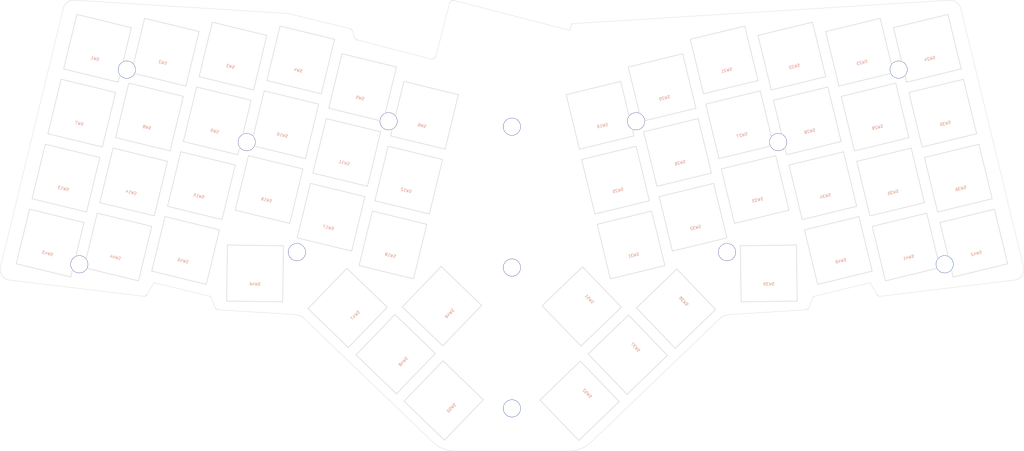
<source format=kicad_pcb>
(kicad_pcb (version 20221018) (generator pcbnew)
  (title_block (title "REVIUNGDASH") (date "2023-02-03") (rev "0.1"))
  (layers (0 "F.Cu" signal) (31 "B.Cu" signal) (34 "B.Paste" user) (35 "F.Paste" user) (36 "B.SilkS" user "B.Silkscreen") (37 "F.SilkS" user "F.Silkscreen") (38 "B.Mask" user) (39 "F.Mask" user) (44 "Edge.Cuts" user))
  (net 0 "")
  (footprint "Keyboard_Switch:MXOnly-1U-Hotswap-Extra-1mm-Offset-Cutout" (layer "F.Cu") (at 78.155 65.027 -13.66)
    (fp_text reference "SW1")
    (fp_text value "SW_PUSH")
    (fp_text user "${REFERENCE}" (at 0 3.048 -13.66) (layer "B.SilkS") (effects (font (size 0.8 0.8)) (justify mirror)))
    (fp_line (start -8 -8) (end -8 8) (stroke (width 0.15)) (layer "Edge.Cuts"))
    (fp_line (start -8 8) (end 8 8) (stroke (width 0.15)) (layer "Edge.Cuts"))
    (fp_line (start 8 -8) (end -8 -8) (stroke (width 0.15)) (layer "Edge.Cuts"))
    (fp_line (start 8 8) (end 8 -8) (stroke (width 0.15)) (layer "Edge.Cuts"))
  )
  (footprint "Keyboard_Switch:MXOnly-1U-Hotswap-Extra-1mm-Offset-Cutout" (layer "F.Cu") (at 97.478 66.134 -13.66)
    (fp_text reference "SW2")
    (fp_text value "SW_PUSH")
    (fp_text user "${REFERENCE}" (at 0 3.048 -13.66) (layer "B.SilkS") (effects (font (size 0.8 0.8)) (justify mirror)))
    (fp_line (start -8 -8) (end -8 8) (stroke (width 0.15)) (layer "Edge.Cuts"))
    (fp_line (start -8 8) (end 8 8) (stroke (width 0.15)) (layer "Edge.Cuts"))
    (fp_line (start 8 -8) (end -8 -8) (stroke (width 0.15)) (layer "Edge.Cuts"))
    (fp_line (start 8 8) (end 8 -8) (stroke (width 0.15)) (layer "Edge.Cuts"))
  )
  (footprint "Keyboard_Switch:MXOnly-1U-Hotswap-Extra-1mm-Offset-Cutout" (layer "F.Cu") (at 116.798 67.24 -13.66)
    (fp_text reference "SW3")
    (fp_text value "SW_PUSH")
    (fp_text user "${REFERENCE}" (at 0 3.048 -13.66) (layer "B.SilkS") (effects (font (size 0.8 0.8)) (justify mirror)))
    (fp_line (start -8 -8) (end -8 8) (stroke (width 0.15)) (layer "Edge.Cuts"))
    (fp_line (start -8 8) (end 8 8) (stroke (width 0.15)) (layer "Edge.Cuts"))
    (fp_line (start 8 -8) (end -8 -8) (stroke (width 0.15)) (layer "Edge.Cuts"))
    (fp_line (start 8 8) (end 8 -8) (stroke (width 0.15)) (layer "Edge.Cuts"))
  )
  (footprint "Keyboard_Switch:MXOnly-1U-Hotswap-Extra-1mm-Offset-Cutout" (layer "F.Cu") (at 136.115 68.342 -13.66)
    (fp_text reference "SW4")
    (fp_text value "SW_PUSH")
    (fp_text user "${REFERENCE}" (at 0 3.048 -13.66) (layer "B.SilkS") (effects (font (size 0.8 0.8)) (justify mirror)))
    (fp_line (start -8 -8) (end -8 8) (stroke (width 0.15)) (layer "Edge.Cuts"))
    (fp_line (start -8 8) (end 8 8) (stroke (width 0.15)) (layer "Edge.Cuts"))
    (fp_line (start 8 -8) (end -8 -8) (stroke (width 0.15)) (layer "Edge.Cuts"))
    (fp_line (start 8 8) (end 8 -8) (stroke (width 0.15)) (layer "Edge.Cuts"))
  )
  (footprint "Keyboard_Switch:MXOnly-1U-Hotswap-Extra-1mm-Offset-Cutout" (layer "F.Cu") (at 153.785 76.243 -13.66)
    (fp_text reference "SW5")
    (fp_text value "SW_PUSH")
    (fp_text user "${REFERENCE}" (at 0 3.048 -13.66) (layer "B.SilkS") (effects (font (size 0.8 0.8)) (justify mirror)))
    (fp_line (start -8 -8) (end -8 8) (stroke (width 0.15)) (layer "Edge.Cuts"))
    (fp_line (start -8 8) (end 8 8) (stroke (width 0.15)) (layer "Edge.Cuts"))
    (fp_line (start 8 -8) (end -8 -8) (stroke (width 0.15)) (layer "Edge.Cuts"))
    (fp_line (start 8 8) (end 8 -8) (stroke (width 0.15)) (layer "Edge.Cuts"))
  )
  (footprint "Keyboard_Switch:MXOnly-1U-Hotswap-Extra-1mm-Offset-Cutout" (layer "F.Cu") (at 171.45 84.137 -13.66)
    (fp_text reference "SW6")
    (fp_text value "SW_PUSH")
    (fp_text user "${REFERENCE}" (at 0 3.048 -13.66) (layer "B.SilkS") (effects (font (size 0.8 0.8)) (justify mirror)))
    (fp_line (start -8 -8) (end -8 8) (stroke (width 0.15)) (layer "Edge.Cuts"))
    (fp_line (start -8 8) (end 8 8) (stroke (width 0.15)) (layer "Edge.Cuts"))
    (fp_line (start 8 -8) (end -8 -8) (stroke (width 0.15)) (layer "Edge.Cuts"))
    (fp_line (start 8 8) (end 8 -8) (stroke (width 0.15)) (layer "Edge.Cuts"))
  )
  (footprint "Keyboard_Switch:MXOnly-1U-Hotswap-Extra-1mm-Offset-Cutout" (layer "F.Cu") (at 73.653 83.521 -13.66)
    (fp_text reference "SW7")
    (fp_text value "SW_PUSH")
    (fp_text user "${REFERENCE}" (at 0 3.048 -13.66) (layer "B.SilkS") (effects (font (size 0.8 0.8)) (justify mirror)))
    (fp_line (start -8 -8) (end -8 8) (stroke (width 0.15)) (layer "Edge.Cuts"))
    (fp_line (start -8 8) (end 8 8) (stroke (width 0.15)) (layer "Edge.Cuts"))
    (fp_line (start 8 -8) (end -8 -8) (stroke (width 0.15)) (layer "Edge.Cuts"))
    (fp_line (start 8 8) (end 8 -8) (stroke (width 0.15)) (layer "Edge.Cuts"))
  )
  (footprint "Keyboard_Switch:MXOnly-1U-Hotswap-Extra-1mm-Offset-Cutout" (layer "F.Cu") (at 92.971 84.627 -13.66)
    (fp_text reference "SW8")
    (fp_text value "SW_PUSH")
    (fp_text user "${REFERENCE}" (at 0 3.048 -13.66) (layer "B.SilkS") (effects (font (size 0.8 0.8)) (justify mirror)))
    (fp_line (start -8 -8) (end -8 8) (stroke (width 0.15)) (layer "Edge.Cuts"))
    (fp_line (start -8 8) (end 8 8) (stroke (width 0.15)) (layer "Edge.Cuts"))
    (fp_line (start 8 -8) (end -8 -8) (stroke (width 0.15)) (layer "Edge.Cuts"))
    (fp_line (start 8 8) (end 8 -8) (stroke (width 0.15)) (layer "Edge.Cuts"))
  )
  (footprint "Keyboard_Switch:MXOnly-1U-Hotswap-Extra-1mm-Offset-Cutout" (layer "F.Cu") (at 112.312 85.734 -13.66)
    (fp_text reference "SW9")
    (fp_text value "SW_PUSH")
    (fp_text user "${REFERENCE}" (at 0 3.048 -13.66) (layer "B.SilkS") (effects (font (size 0.8 0.8)) (justify mirror)))
    (fp_line (start -8 -8) (end -8 8) (stroke (width 0.15)) (layer "Edge.Cuts"))
    (fp_line (start -8 8) (end 8 8) (stroke (width 0.15)) (layer "Edge.Cuts"))
    (fp_line (start 8 -8) (end -8 -8) (stroke (width 0.15)) (layer "Edge.Cuts"))
    (fp_line (start 8 8) (end 8 -8) (stroke (width 0.15)) (layer "Edge.Cuts"))
  )
  (footprint "Keyboard_Switch:MXOnly-1U-Hotswap-Extra-1mm-Offset-Cutout" (layer "F.Cu") (at 131.611 86.835 -13.66)
    (fp_text reference "SW10")
    (fp_text value "SW_PUSH")
    (fp_text user "${REFERENCE}" (at 0 3.048 -13.66) (layer "B.SilkS") (effects (font (size 0.8 0.8)) (justify mirror)))
    (fp_line (start -8 -8) (end -8 8) (stroke (width 0.15)) (layer "Edge.Cuts"))
    (fp_line (start -8 8) (end 8 8) (stroke (width 0.15)) (layer "Edge.Cuts"))
    (fp_line (start 8 -8) (end -8 -8) (stroke (width 0.15)) (layer "Edge.Cuts"))
    (fp_line (start 8 8) (end 8 -8) (stroke (width 0.15)) (layer "Edge.Cuts"))
  )
  (footprint "Keyboard_Switch:MXOnly-1U-Hotswap-Extra-1mm-Offset-Cutout" (layer "F.Cu") (at 149.282 94.737 -13.66)
    (fp_text reference "SW11")
    (fp_text value "SW_PUSH")
    (fp_text user "${REFERENCE}" (at 0 3.048 -13.66) (layer "B.SilkS") (effects (font (size 0.8 0.8)) (justify mirror)))
    (fp_line (start -8 -8) (end -8 8) (stroke (width 0.15)) (layer "Edge.Cuts"))
    (fp_line (start -8 8) (end 8 8) (stroke (width 0.15)) (layer "Edge.Cuts"))
    (fp_line (start 8 -8) (end -8 -8) (stroke (width 0.15)) (layer "Edge.Cuts"))
    (fp_line (start 8 8) (end 8 -8) (stroke (width 0.15)) (layer "Edge.Cuts"))
  )
  (footprint "Keyboard_Switch:MXOnly-1U-Hotswap-Extra-1mm-Offset-Cutout" (layer "F.Cu") (at 166.949 102.638 -13.66)
    (fp_text reference "SW12")
    (fp_text value "SW_PUSH")
    (fp_text user "${REFERENCE}" (at 0 3.048 -13.66) (layer "B.SilkS") (effects (font (size 0.8 0.8)) (justify mirror)))
    (fp_line (start -8 -8) (end -8 8) (stroke (width 0.15)) (layer "Edge.Cuts"))
    (fp_line (start -8 8) (end 8 8) (stroke (width 0.15)) (layer "Edge.Cuts"))
    (fp_line (start 8 -8) (end -8 -8) (stroke (width 0.15)) (layer "Edge.Cuts"))
    (fp_line (start 8 8) (end 8 -8) (stroke (width 0.15)) (layer "Edge.Cuts"))
  )
  (footprint "Keyboard_Switch:MXOnly-1U-Hotswap-Extra-1mm-Offset-Cutout" (layer "F.Cu") (at 69.146 102.067 -13.66)
    (fp_text reference "SW13")
    (fp_text value "SW_PUSH")
    (fp_text user "${REFERENCE}" (at 0 3.048 -13.66) (layer "B.SilkS") (effects (font (size 0.8 0.8)) (justify mirror)))
    (fp_line (start -8 -8) (end -8 8) (stroke (width 0.15)) (layer "Edge.Cuts"))
    (fp_line (start -8 8) (end 8 8) (stroke (width 0.15)) (layer "Edge.Cuts"))
    (fp_line (start 8 -8) (end -8 -8) (stroke (width 0.15)) (layer "Edge.Cuts"))
    (fp_line (start 8 8) (end 8 -8) (stroke (width 0.15)) (layer "Edge.Cuts"))
  )
  (footprint "Keyboard_Switch:MXOnly-1U-Hotswap-Extra-1mm-Offset-Cutout" (layer "F.Cu") (at 88.464 103.173 -13.66)
    (fp_text reference "SW14")
    (fp_text value "SW_PUSH")
    (fp_text user "${REFERENCE}" (at 0 3.048 -13.66) (layer "B.SilkS") (effects (font (size 0.8 0.8)) (justify mirror)))
    (fp_line (start -8 -8) (end -8 8) (stroke (width 0.15)) (layer "Edge.Cuts"))
    (fp_line (start -8 8) (end 8 8) (stroke (width 0.15)) (layer "Edge.Cuts"))
    (fp_line (start 8 -8) (end -8 -8) (stroke (width 0.15)) (layer "Edge.Cuts"))
    (fp_line (start 8 8) (end 8 -8) (stroke (width 0.15)) (layer "Edge.Cuts"))
  )
  (footprint "Keyboard_Switch:MXOnly-1U-Hotswap-Extra-1mm-Offset-Cutout" (layer "F.Cu") (at 107.793 104.225 -13.66)
    (fp_text reference "SW15")
    (fp_text value "SW_PUSH")
    (fp_text user "${REFERENCE}" (at 0 3.048 -13.66) (layer "B.SilkS") (effects (font (size 0.8 0.8)) (justify mirror)))
    (fp_line (start -8 -8) (end -8 8) (stroke (width 0.15)) (layer "Edge.Cuts"))
    (fp_line (start -8 8) (end 8 8) (stroke (width 0.15)) (layer "Edge.Cuts"))
    (fp_line (start 8 -8) (end -8 -8) (stroke (width 0.15)) (layer "Edge.Cuts"))
    (fp_line (start 8 8) (end 8 -8) (stroke (width 0.15)) (layer "Edge.Cuts"))
  )
  (footprint "Keyboard_Switch:MXOnly-1U-Hotswap-Extra-1mm-Offset-Cutout" (layer "F.Cu") (at 127.107 105.329 -13.66)
    (fp_text reference "SW16")
    (fp_text value "SW_PUSH")
    (fp_text user "${REFERENCE}" (at 0 3.048 -13.66) (layer "B.SilkS") (effects (font (size 0.8 0.8)) (justify mirror)))
    (fp_line (start -8 -8) (end -8 8) (stroke (width 0.15)) (layer "Edge.Cuts"))
    (fp_line (start -8 8) (end 8 8) (stroke (width 0.15)) (layer "Edge.Cuts"))
    (fp_line (start 8 -8) (end -8 -8) (stroke (width 0.15)) (layer "Edge.Cuts"))
    (fp_line (start 8 8) (end 8 -8) (stroke (width 0.15)) (layer "Edge.Cuts"))
  )
  (footprint "Keyboard_Switch:MXOnly-1U-Hotswap-Extra-1mm-Offset-Cutout" (layer "F.Cu") (at 144.782 113.231 -13.66)
    (fp_text reference "SW17")
    (fp_text value "SW_PUSH")
    (fp_text user "${REFERENCE}" (at 0 3.048 -13.66) (layer "B.SilkS") (effects (font (size 0.8 0.8)) (justify mirror)))
    (fp_line (start -8 -8) (end -8 8) (stroke (width 0.15)) (layer "Edge.Cuts"))
    (fp_line (start -8 8) (end 8 8) (stroke (width 0.15)) (layer "Edge.Cuts"))
    (fp_line (start 8 -8) (end -8 -8) (stroke (width 0.15)) (layer "Edge.Cuts"))
    (fp_line (start 8 8) (end 8 -8) (stroke (width 0.15)) (layer "Edge.Cuts"))
  )
  (footprint "Keyboard_Switch:MXOnly-1U-Hotswap-Extra-1mm-Offset-Cutout" (layer "F.Cu") (at 162.446 121.133 -13.66)
    (fp_text reference "SW18")
    (fp_text value "SW_PUSH")
    (fp_text user "${REFERENCE}" (at 0 3.048 -13.66) (layer "B.SilkS") (effects (font (size 0.8 0.8)) (justify mirror)))
    (fp_line (start -8 -8) (end -8 8) (stroke (width 0.15)) (layer "Edge.Cuts"))
    (fp_line (start -8 8) (end 8 8) (stroke (width 0.15)) (layer "Edge.Cuts"))
    (fp_line (start 8 -8) (end -8 -8) (stroke (width 0.15)) (layer "Edge.Cuts"))
    (fp_line (start 8 8) (end 8 -8) (stroke (width 0.15)) (layer "Edge.Cuts"))
  )
  (footprint "Keyboard_Switch:MXOnly-1U-Hotswap-Extra-1mm-Offset-Cutout" (layer "F.Cu") (at 221.536 84.137 13.66)
    (fp_text reference "SW19")
    (fp_text value "SW_PUSH")
    (fp_text user "${REFERENCE}" (at 0 3.048 13.66) (layer "B.SilkS") (effects (font (size 0.8 0.8)) (justify mirror)))
    (fp_line (start -8 -8) (end -8 8) (stroke (width 0.15)) (layer "Edge.Cuts"))
    (fp_line (start -8 8) (end 8 8) (stroke (width 0.15)) (layer "Edge.Cuts"))
    (fp_line (start 8 -8) (end -8 -8) (stroke (width 0.15)) (layer "Edge.Cuts"))
    (fp_line (start 8 8) (end 8 -8) (stroke (width 0.15)) (layer "Edge.Cuts"))
  )
  (footprint "Keyboard_Switch:MXOnly-1U-Hotswap-Extra-1mm-Offset-Cutout" (layer "F.Cu") (at 239.235 76.243 13.66)
    (fp_text reference "SW20")
    (fp_text value "SW_PUSH")
    (fp_text user "${REFERENCE}" (at 0 3.048 13.66) (layer "B.SilkS") (effects (font (size 0.8 0.8)) (justify mirror)))
    (fp_line (start -8 -8) (end -8 8) (stroke (width 0.15)) (layer "Edge.Cuts"))
    (fp_line (start -8 8) (end 8 8) (stroke (width 0.15)) (layer "Edge.Cuts"))
    (fp_line (start 8 -8) (end -8 -8) (stroke (width 0.15)) (layer "Edge.Cuts"))
    (fp_line (start 8 8) (end 8 -8) (stroke (width 0.15)) (layer "Edge.Cuts"))
  )
  (footprint "Keyboard_Switch:MXOnly-1U-Hotswap-Extra-1mm-Offset-Cutout" (layer "F.Cu") (at 256.942 68.342 13.66)
    (fp_text reference "SW21")
    (fp_text value "SW_PUSH")
    (fp_text user "${REFERENCE}" (at 0 3.048 13.66) (layer "B.SilkS") (effects (font (size 0.8 0.8)) (justify mirror)))
    (fp_line (start -8 -8) (end -8 8) (stroke (width 0.15)) (layer "Edge.Cuts"))
    (fp_line (start -8 8) (end 8 8) (stroke (width 0.15)) (layer "Edge.Cuts"))
    (fp_line (start 8 -8) (end -8 -8) (stroke (width 0.15)) (layer "Edge.Cuts"))
    (fp_line (start 8 8) (end 8 -8) (stroke (width 0.15)) (layer "Edge.Cuts"))
  )
  (footprint "Keyboard_Switch:MXOnly-1U-Hotswap-Extra-1mm-Offset-Cutout" (layer "F.Cu") (at 276.263 67.24 13.66)
    (fp_text reference "SW22")
    (fp_text value "SW_PUSH")
    (fp_text user "${REFERENCE}" (at 0 3.048 13.66) (layer "B.SilkS") (effects (font (size 0.8 0.8)) (justify mirror)))
    (fp_line (start -8 -8) (end -8 8) (stroke (width 0.15)) (layer "Edge.Cuts"))
    (fp_line (start -8 8) (end 8 8) (stroke (width 0.15)) (layer "Edge.Cuts"))
    (fp_line (start 8 -8) (end -8 -8) (stroke (width 0.15)) (layer "Edge.Cuts"))
    (fp_line (start 8 8) (end 8 -8) (stroke (width 0.15)) (layer "Edge.Cuts"))
  )
  (footprint "Keyboard_Switch:MXOnly-1U-Hotswap-Extra-1mm-Offset-Cutout" (layer "F.Cu") (at 295.588 66.134 13.66)
    (fp_text reference "SW23")
    (fp_text value "SW_PUSH")
    (fp_text user "${REFERENCE}" (at 0 3.048 13.66) (layer "B.SilkS") (effects (font (size 0.8 0.8)) (justify mirror)))
    (fp_line (start -8 -8) (end -8 8) (stroke (width 0.15)) (layer "Edge.Cuts"))
    (fp_line (start -8 8) (end 8 8) (stroke (width 0.15)) (layer "Edge.Cuts"))
    (fp_line (start 8 -8) (end -8 -8) (stroke (width 0.15)) (layer "Edge.Cuts"))
    (fp_line (start 8 8) (end 8 -8) (stroke (width 0.15)) (layer "Edge.Cuts"))
  )
  (footprint "Keyboard_Switch:MXOnly-1U-Hotswap-Extra-1mm-Offset-Cutout" (layer "F.Cu") (at 314.918 65.027 13.66)
    (fp_text reference "SW24")
    (fp_text value "SW_PUSH")
    (fp_text user "${REFERENCE}" (at 0 3.048 13.66) (layer "B.SilkS") (effects (font (size 0.8 0.8)) (justify mirror)))
    (fp_line (start -8 -8) (end -8 8) (stroke (width 0.15)) (layer "Edge.Cuts"))
    (fp_line (start -8 8) (end 8 8) (stroke (width 0.15)) (layer "Edge.Cuts"))
    (fp_line (start 8 -8) (end -8 -8) (stroke (width 0.15)) (layer "Edge.Cuts"))
    (fp_line (start 8 8) (end 8 -8) (stroke (width 0.15)) (layer "Edge.Cuts"))
  )
  (footprint "Keyboard_Switch:MXOnly-1U-Hotswap-Extra-1mm-Offset-Cutout" (layer "F.Cu") (at 225.954 102.638 13.66)
    (fp_text reference "SW25")
    (fp_text value "SW_PUSH")
    (fp_text user "${REFERENCE}" (at 0 3.048 13.66) (layer "B.SilkS") (effects (font (size 0.8 0.8)) (justify mirror)))
    (fp_line (start -8 -8) (end -8 8) (stroke (width 0.15)) (layer "Edge.Cuts"))
    (fp_line (start -8 8) (end 8 8) (stroke (width 0.15)) (layer "Edge.Cuts"))
    (fp_line (start 8 -8) (end -8 -8) (stroke (width 0.15)) (layer "Edge.Cuts"))
    (fp_line (start 8 8) (end 8 -8) (stroke (width 0.15)) (layer "Edge.Cuts"))
  )
  (footprint "Keyboard_Switch:MXOnly-1U-Hotswap-Extra-1mm-Offset-Cutout" (layer "F.Cu") (at 243.656 94.737 13.66)
    (fp_text reference "SW26")
    (fp_text value "SW_PUSH")
    (fp_text user "${REFERENCE}" (at 0 3.048 13.66) (layer "B.SilkS") (effects (font (size 0.8 0.8)) (justify mirror)))
    (fp_line (start -8 -8) (end -8 8) (stroke (width 0.15)) (layer "Edge.Cuts"))
    (fp_line (start -8 8) (end 8 8) (stroke (width 0.15)) (layer "Edge.Cuts"))
    (fp_line (start 8 -8) (end -8 -8) (stroke (width 0.15)) (layer "Edge.Cuts"))
    (fp_line (start 8 8) (end 8 -8) (stroke (width 0.15)) (layer "Edge.Cuts"))
  )
  (footprint "Keyboard_Switch:MXOnly-1U-Hotswap-Extra-1mm-Offset-Cutout" (layer "F.Cu") (at 261.362 86.835 13.66)
    (fp_text reference "SW27")
    (fp_text value "SW_PUSH")
    (fp_text user "${REFERENCE}" (at 0 3.048 13.66) (layer "B.SilkS") (effects (font (size 0.8 0.8)) (justify mirror)))
    (fp_line (start -8 -8) (end -8 8) (stroke (width 0.15)) (layer "Edge.Cuts"))
    (fp_line (start -8 8) (end 8 8) (stroke (width 0.15)) (layer "Edge.Cuts"))
    (fp_line (start 8 -8) (end -8 -8) (stroke (width 0.15)) (layer "Edge.Cuts"))
    (fp_line (start 8 8) (end 8 -8) (stroke (width 0.15)) (layer "Edge.Cuts"))
  )
  (footprint "Keyboard_Switch:MXOnly-1U-Hotswap-Extra-1mm-Offset-Cutout" (layer "F.Cu") (at 280.666 85.734 13.66)
    (fp_text reference "SW28")
    (fp_text value "SW_PUSH")
    (fp_text user "${REFERENCE}" (at 0 3.048 13.66) (layer "B.SilkS") (effects (font (size 0.8 0.8)) (justify mirror)))
    (fp_line (start -8 -8) (end -8 8) (stroke (width 0.15)) (layer "Edge.Cuts"))
    (fp_line (start -8 8) (end 8 8) (stroke (width 0.15)) (layer "Edge.Cuts"))
    (fp_line (start 8 -8) (end -8 -8) (stroke (width 0.15)) (layer "Edge.Cuts"))
    (fp_line (start 8 8) (end 8 -8) (stroke (width 0.15)) (layer "Edge.Cuts"))
  )
  (footprint "Keyboard_Switch:MXOnly-1U-Hotswap-Extra-1mm-Offset-Cutout" (layer "F.Cu") (at 300.012 84.627 13.66)
    (fp_text reference "SW29")
    (fp_text value "SW_PUSH")
    (fp_text user "${REFERENCE}" (at 0 3.048 13.66) (layer "B.SilkS") (effects (font (size 0.8 0.8)) (justify mirror)))
    (fp_line (start -8 -8) (end -8 8) (stroke (width 0.15)) (layer "Edge.Cuts"))
    (fp_line (start -8 8) (end 8 8) (stroke (width 0.15)) (layer "Edge.Cuts"))
    (fp_line (start 8 -8) (end -8 -8) (stroke (width 0.15)) (layer "Edge.Cuts"))
    (fp_line (start 8 8) (end 8 -8) (stroke (width 0.15)) (layer "Edge.Cuts"))
  )
  (footprint "Keyboard_Switch:MXOnly-1U-Hotswap-Extra-1mm-Offset-Cutout" (layer "F.Cu") (at 319.334 83.521 13.66)
    (fp_text reference "SW30")
    (fp_text value "SW_PUSH")
    (fp_text user "${REFERENCE}" (at 0 3.048 13.66) (layer "B.SilkS") (effects (font (size 0.8 0.8)) (justify mirror)))
    (fp_line (start -8 -8) (end -8 8) (stroke (width 0.15)) (layer "Edge.Cuts"))
    (fp_line (start -8 8) (end 8 8) (stroke (width 0.15)) (layer "Edge.Cuts"))
    (fp_line (start 8 -8) (end -8 -8) (stroke (width 0.15)) (layer "Edge.Cuts"))
    (fp_line (start 8 8) (end 8 -8) (stroke (width 0.15)) (layer "Edge.Cuts"))
  )
  (footprint "Keyboard_Switch:MXOnly-1U-Hotswap-Extra-1mm-Offset-Cutout" (layer "F.Cu") (at 230.374 121.133 13.66)
    (fp_text reference "SW31")
    (fp_text value "SW_PUSH")
    (fp_text user "${REFERENCE}" (at 0 3.048 13.66) (layer "B.SilkS") (effects (font (size 0.8 0.8)) (justify mirror)))
    (fp_line (start -8 -8) (end -8 8) (stroke (width 0.15)) (layer "Edge.Cuts"))
    (fp_line (start -8 8) (end 8 8) (stroke (width 0.15)) (layer "Edge.Cuts"))
    (fp_line (start 8 -8) (end -8 -8) (stroke (width 0.15)) (layer "Edge.Cuts"))
    (fp_line (start 8 8) (end 8 -8) (stroke (width 0.15)) (layer "Edge.Cuts"))
  )
  (footprint "Keyboard_Switch:MXOnly-1U-Hotswap-Extra-1mm-Offset-Cutout" (layer "F.Cu") (at 248.074 113.231 13.66)
    (fp_text reference "SW32")
    (fp_text value "SW_PUSH")
    (fp_text user "${REFERENCE}" (at 0 3.048 13.66) (layer "B.SilkS") (effects (font (size 0.8 0.8)) (justify mirror)))
    (fp_line (start -8 -8) (end -8 8) (stroke (width 0.15)) (layer "Edge.Cuts"))
    (fp_line (start -8 8) (end 8 8) (stroke (width 0.15)) (layer "Edge.Cuts"))
    (fp_line (start 8 -8) (end -8 -8) (stroke (width 0.15)) (layer "Edge.Cuts"))
    (fp_line (start 8 8) (end 8 -8) (stroke (width 0.15)) (layer "Edge.Cuts"))
  )
  (footprint "Keyboard_Switch:MXOnly-1U-Hotswap-Extra-1mm-Offset-Cutout" (layer "F.Cu") (at 265.783 105.329 13.66)
    (fp_text reference "SW33")
    (fp_text value "SW_PUSH")
    (fp_text user "${REFERENCE}" (at 0 3.048 13.66) (layer "B.SilkS") (effects (font (size 0.8 0.8)) (justify mirror)))
    (fp_line (start -8 -8) (end -8 8) (stroke (width 0.15)) (layer "Edge.Cuts"))
    (fp_line (start -8 8) (end 8 8) (stroke (width 0.15)) (layer "Edge.Cuts"))
    (fp_line (start 8 -8) (end -8 -8) (stroke (width 0.15)) (layer "Edge.Cuts"))
    (fp_line (start 8 8) (end 8 -8) (stroke (width 0.15)) (layer "Edge.Cuts"))
  )
  (footprint "Keyboard_Switch:MXOnly-1U-Hotswap-Extra-1mm-Offset-Cutout" (layer "F.Cu") (at 285.103 104.225 13.66)
    (fp_text reference "SW34")
    (fp_text value "SW_PUSH")
    (fp_text user "${REFERENCE}" (at 0 3.048 13.66) (layer "B.SilkS") (effects (font (size 0.8 0.8)) (justify mirror)))
    (fp_line (start -8 -8) (end -8 8) (stroke (width 0.15)) (layer "Edge.Cuts"))
    (fp_line (start -8 8) (end 8 8) (stroke (width 0.15)) (layer "Edge.Cuts"))
    (fp_line (start 8 -8) (end -8 -8) (stroke (width 0.15)) (layer "Edge.Cuts"))
    (fp_line (start 8 8) (end 8 -8) (stroke (width 0.15)) (layer "Edge.Cuts"))
  )
  (footprint "Keyboard_Switch:MXOnly-1U-Hotswap-Extra-1mm-Offset-Cutout" (layer "F.Cu") (at 304.435 103.173 13.66)
    (fp_text reference "SW35")
    (fp_text value "SW_PUSH")
    (fp_text user "${REFERENCE}" (at 0 3.048 13.66) (layer "B.SilkS") (effects (font (size 0.8 0.8)) (justify mirror)))
    (fp_line (start -8 -8) (end -8 8) (stroke (width 0.15)) (layer "Edge.Cuts"))
    (fp_line (start -8 8) (end 8 8) (stroke (width 0.15)) (layer "Edge.Cuts"))
    (fp_line (start 8 -8) (end -8 -8) (stroke (width 0.15)) (layer "Edge.Cuts"))
    (fp_line (start 8 8) (end 8 -8) (stroke (width 0.15)) (layer "Edge.Cuts"))
  )
  (footprint "Keyboard_Switch:MXOnly-1U-Hotswap-Extra-1mm-Offset-Cutout" (layer "F.Cu") (at 323.758 102.067 13.66)
    (fp_text reference "SW36")
    (fp_text value "SW_PUSH")
    (fp_text user "${REFERENCE}" (at 0 3.048 13.66) (layer "B.SilkS") (effects (font (size 0.8 0.8)) (justify mirror)))
    (fp_line (start -8 -8) (end -8 8) (stroke (width 0.15)) (layer "Edge.Cuts"))
    (fp_line (start -8 8) (end 8 8) (stroke (width 0.15)) (layer "Edge.Cuts"))
    (fp_line (start 8 -8) (end -8 -8) (stroke (width 0.15)) (layer "Edge.Cuts"))
    (fp_line (start 8 8) (end 8 -8) (stroke (width 0.15)) (layer "Edge.Cuts"))
  )
  (footprint "Keyboard_Switch:MXOnly-1U-Hotswap-Extra-1mm-Offset-Cutout" (layer "F.Cu") (at 243.223 139.313 133.94)
    (fp_text reference "SW38")
    (fp_text value "SW_PUSH")
    (fp_text user "${REFERENCE}" (at 0 3.048 133.94) (layer "B.SilkS") (effects (font (size 0.8 0.8)) (justify mirror)))
    (fp_line (start -8 -8) (end -8 8) (stroke (width 0.15)) (layer "Edge.Cuts"))
    (fp_line (start -8 8) (end 8 8) (stroke (width 0.15)) (layer "Edge.Cuts"))
    (fp_line (start 8 -8) (end -8 -8) (stroke (width 0.15)) (layer "Edge.Cuts"))
    (fp_line (start 8 8) (end 8 -8) (stroke (width 0.15)) (layer "Edge.Cuts"))
  )
  (footprint "Keyboard_Switch:MXOnly-1U-Hotswap-Extra-1mm-Offset-Cutout" (layer "F.Cu") (at 269.685 129.258 0.78)
    (fp_text reference "SW39")
    (fp_text value "SW_PUSH")
    (fp_text user "${REFERENCE}" (at 0 3.048 0.78) (layer "B.SilkS") (effects (font (size 0.8 0.8)) (justify mirror)))
    (fp_line (start -8 -8) (end -8 8) (stroke (width 0.15)) (layer "Edge.Cuts"))
    (fp_line (start -8 8) (end 8 8) (stroke (width 0.15)) (layer "Edge.Cuts"))
    (fp_line (start 8 -8) (end -8 -8) (stroke (width 0.15)) (layer "Edge.Cuts"))
    (fp_line (start 8 8) (end 8 -8) (stroke (width 0.15)) (layer "Edge.Cuts"))
  )
  (footprint "_reviung-kbd:HOLE" (layer "F.Cu") (at 86.513 71.104)
    (fp_text reference "H1")
    (fp_text value "H1")
    (pad "" np_thru_hole circle (at 0 0) (size 5 5) (drill 4.8) (layers "*.Cu" "*.Mask"))
  )
  (footprint "_reviung-kbd:HOLE" (layer "F.Cu") (at 72.962 126.658)
    (fp_text reference "H2")
    (fp_text value "H2")
    (pad "" np_thru_hole circle (at 0 0) (size 5 5) (drill 4.8) (layers "*.Cu" "*.Mask"))
  )
  (footprint "_reviung-kbd:HOLE" (layer "F.Cu") (at 120.727 91.784)
    (fp_text reference "H3")
    (fp_text value "H3")
    (pad "" np_thru_hole circle (at 0 0) (size 5 5) (drill 4.8) (layers "*.Cu" "*.Mask"))
  )
  (footprint "_reviung-kbd:HOLE" (layer "F.Cu") (at 135.044 123.191)
    (fp_text reference "H4")
    (fp_text value "H4")
    (pad "" np_thru_hole circle (at 0 0) (size 5 5) (drill 4.8) (layers "*.Cu" "*.Mask"))
  )
  (footprint "_reviung-kbd:HOLE" (layer "F.Cu") (at 196.393 127.583)
    (fp_text reference "H6")
    (fp_text value "H6")
    (pad "" np_thru_hole circle (at 0 0) (size 5 5) (drill 4.8) (layers "*.Cu" "*.Mask"))
  )
  (footprint "_reviung-kbd:HOLE" (layer "F.Cu") (at 257.767 123.191)
    (fp_text reference "H8")
    (fp_text value "H8")
    (pad "" np_thru_hole circle (at 0 0) (size 5 5) (drill 4.8) (layers "*.Cu" "*.Mask"))
  )
  (footprint "_reviung-kbd:HOLE" (layer "F.Cu") (at 272.363 91.784)
    (fp_text reference "H9")
    (fp_text value "H9")
    (pad "" np_thru_hole circle (at 0 0) (size 5 5) (drill 4.8) (layers "*.Cu" "*.Mask"))
  )
  (footprint "_reviung-kbd:HOLE" (layer "F.Cu") (at 319.859 126.658)
    (fp_text reference "H10")
    (fp_text value "H10")
    (pad "" np_thru_hole circle (at 0 0) (size 5 5) (drill 4.8) (layers "*.Cu" "*.Mask"))
  )
  (footprint "_reviung-kbd:HOLE" (layer "F.Cu") (at 306.729 71.104)
    (fp_text reference "H11")
    (fp_text value "H11")
    (pad "" np_thru_hole circle (at 0 0) (size 5 5) (drill 4.8) (layers "*.Cu" "*.Mask"))
  )
  (footprint "_reviung-kbd:HOLE" (layer "F.Cu") (at 231.805 85.85)
    (fp_text reference "H7")
    (fp_text value "H7")
    (pad "" np_thru_hole circle (at 0 0) (size 5 5) (drill 4.8) (layers "*.Cu" "*.Mask"))
  )
  (footprint "_reviung-kbd:HOLE" (layer "F.Cu") (at 161.203 85.85)
    (fp_text reference "H5")
    (fp_text value "H5")
    (pad "" np_thru_hole circle (at 0 0) (size 5 5) (drill 4.8) (layers "*.Cu" "*.Mask"))
  )
  (footprint "Keyboard_Switch:MXOnly-1U-Hotswap-Extra-1mm-Offset-Cutout" (layer "F.Cu") (at 308.857 121.72 13.66)
    (fp_text reference "SW41")
    (fp_text value "SW_PUSH")
    (fp_text user "${REFERENCE}" (at 0 3.048 13.66) (layer "B.SilkS") (effects (font (size 0.8 0.8)) (justify mirror)))
    (fp_line (start -8 -8) (end -8 8) (stroke (width 0.15)) (layer "Edge.Cuts"))
    (fp_line (start -8 8) (end 8 8) (stroke (width 0.15)) (layer "Edge.Cuts"))
    (fp_line (start 8 -8) (end -8 -8) (stroke (width 0.15)) (layer "Edge.Cuts"))
    (fp_line (start 8 8) (end 8 -8) (stroke (width 0.15)) (layer "Edge.Cuts"))
  )
  (footprint "Keyboard_Switch:MXOnly-1U-Hotswap-Extra-1mm-Offset-Cutout" (layer "F.Cu") (at 103.292 122.719 -13.66)
    (fp_text reference "SW45")
    (fp_text value "SW_PUSH")
    (fp_text user "${REFERENCE}" (at 0 3.048 -13.66) (layer "B.SilkS") (effects (font (size 0.8 0.8)) (justify mirror)))
    (fp_line (start -8 -8) (end -8 8) (stroke (width 0.15)) (layer "Edge.Cuts"))
    (fp_line (start -8 8) (end 8 8) (stroke (width 0.15)) (layer "Edge.Cuts"))
    (fp_line (start 8 -8) (end -8 -8) (stroke (width 0.15)) (layer "Edge.Cuts"))
    (fp_line (start 8 8) (end 8 -8) (stroke (width 0.15)) (layer "Edge.Cuts"))
  )
  (footprint "Keyboard_Switch:MXOnly-1U-Hotswap-Extra-1mm-Offset-Cutout" (layer "F.Cu") (at 176.928 165.517 46.06)
    (fp_text reference "SW50")
    (fp_text value "SW_PUSH")
    (fp_text user "${REFERENCE}" (at 0 3.048 46.06) (layer "B.SilkS") (effects (font (size 0.8 0.8)) (justify mirror)))
    (fp_line (start -8 -8) (end -8 8) (stroke (width 0.15)) (layer "Edge.Cuts"))
    (fp_line (start -8 8) (end 8 8) (stroke (width 0.15)) (layer "Edge.Cuts"))
    (fp_line (start 8 -8) (end -8 -8) (stroke (width 0.15)) (layer "Edge.Cuts"))
    (fp_line (start 8 8) (end 8 -8) (stroke (width 0.15)) (layer "Edge.Cuts"))
  )
  (footprint "_reviung-kbd:HOLE" (layer "F.Cu") (at 196.393 87.388)
    (fp_text reference "H16")
    (fp_text value "H16")
    (pad "" np_thru_hole circle (at 0 0) (size 5 5) (drill 4.8) (layers "*.Cu" "*.Mask"))
  )
  (footprint "Keyboard_Switch:MXOnly-1U-Hotswap-Extra-1mm-Offset-Cutout" (layer "F.Cu") (at 229.46 152.456 133.94)
    (fp_text reference "SW37")
    (fp_text value "SW_PUSH")
    (fp_text user "${REFERENCE}" (at 0 3.048 133.94) (layer "B.SilkS") (effects (font (size 0.8 0.8)) (justify mirror)))
    (fp_line (start -8 -8) (end -8 8) (stroke (width 0.15)) (layer "Edge.Cuts"))
    (fp_line (start -8 8) (end 8 8) (stroke (width 0.15)) (layer "Edge.Cuts"))
    (fp_line (start 8 -8) (end -8 -8) (stroke (width 0.15)) (layer "Edge.Cuts"))
    (fp_line (start 8 8) (end 8 -8) (stroke (width 0.15)) (layer "Edge.Cuts"))
  )
  (footprint "Keyboard_Switch:MXOnly-1U-Hotswap-Extra-1mm-Offset-Cutout" (layer "F.Cu") (at 64.636 120.614 -13.66)
    (fp_text reference "SW43")
    (fp_text value "SW_PUSH")
    (fp_text user "${REFERENCE}" (at 0 3.048 -13.66) (layer "B.SilkS") (effects (font (size 0.8 0.8)) (justify mirror)))
    (fp_line (start -8 -8) (end -8 8) (stroke (width 0.15)) (layer "Edge.Cuts"))
    (fp_line (start -8 8) (end 8 8) (stroke (width 0.15)) (layer "Edge.Cuts"))
    (fp_line (start 8 -8) (end -8 -8) (stroke (width 0.15)) (layer "Edge.Cuts"))
    (fp_line (start 8 8) (end 8 -8) (stroke (width 0.15)) (layer "Edge.Cuts"))
  )
  (footprint "Keyboard_Switch:MXOnly-1U-Hotswap-Extra-1mm-Offset-Cutout" (layer "F.Cu") (at 83.959 121.72 -13.66)
    (fp_text reference "SW44")
    (fp_text value "SW_PUSH")
    (fp_text user "${REFERENCE}" (at 0 3.048 -13.66) (layer "B.SilkS") (effects (font (size 0.8 0.8)) (justify mirror)))
    (fp_line (start -8 -8) (end -8 8) (stroke (width 0.15)) (layer "Edge.Cuts"))
    (fp_line (start -8 8) (end 8 8) (stroke (width 0.15)) (layer "Edge.Cuts"))
    (fp_line (start 8 -8) (end -8 -8) (stroke (width 0.15)) (layer "Edge.Cuts"))
    (fp_line (start 8 8) (end 8 -8) (stroke (width 0.15)) (layer "Edge.Cuts"))
  )
  (footprint "_reviung-kbd:HOLE" (layer "F.Cu") (at 196.393 167.778)
    (fp_text reference "H15")
    (fp_text value "H6")
    (pad "" np_thru_hole circle (at 0 0) (size 5 5) (drill 4.8) (layers "F&B.Cu" "*.Mask"))
  )
  (footprint "Keyboard_Switch:MXOnly-1U-Hotswap-Extra-1mm-Offset-Cutout" (layer "F.Cu") (at 123.099 129.258 -0.78)
    (fp_text reference "SW46")
    (fp_text value "SW_PUSH")
    (fp_text user "${REFERENCE}" (at 0 3.048 -0.78) (layer "B.SilkS") (effects (font (size 0.8 0.8)) (justify mirror)))
    (fp_line (start -8 -8) (end -8 8) (stroke (width 0.15)) (layer "Edge.Cuts"))
    (fp_line (start -8 8) (end 8 8) (stroke (width 0.15)) (layer "Edge.Cuts"))
    (fp_line (start 8 -8) (end -8 -8) (stroke (width 0.15)) (layer "Edge.Cuts"))
    (fp_line (start 8 8) (end 8 -8) (stroke (width 0.15)) (layer "Edge.Cuts"))
  )
  (footprint "Keyboard_Switch:MXOnly-1U-Hotswap-Extra-1mm-Offset-Cutout" (layer "F.Cu") (at 163.221 152.308 46.06)
    (fp_text reference "SW48")
    (fp_text value "SW_PUSH")
    (fp_text user "${REFERENCE}" (at 0 3.048 46.06) (layer "B.SilkS") (effects (font (size 0.8 0.8)) (justify mirror)))
    (fp_line (start -8 -8) (end -8 8) (stroke (width 0.15)) (layer "Edge.Cuts"))
    (fp_line (start -8 8) (end 8 8) (stroke (width 0.15)) (layer "Edge.Cuts"))
    (fp_line (start 8 -8) (end -8 -8) (stroke (width 0.15)) (layer "Edge.Cuts"))
    (fp_line (start 8 8) (end 8 -8) (stroke (width 0.15)) (layer "Edge.Cuts"))
  )
  (footprint "Keyboard_Switch:MXOnly-1U-Hotswap-Extra-1mm-Offset-Cutout" (layer "F.Cu") (at 328.185 120.614 13.66)
    (fp_text reference "SW42")
    (fp_text value "SW_PUSH")
    (fp_text user "${REFERENCE}" (at 0 3.048 13.66) (layer "B.SilkS") (effects (font (size 0.8 0.8)) (justify mirror)))
    (fp_line (start -8 -8) (end -8 8) (stroke (width 0.15)) (layer "Edge.Cuts"))
    (fp_line (start -8 8) (end 8 8) (stroke (width 0.15)) (layer "Edge.Cuts"))
    (fp_line (start 8 -8) (end -8 -8) (stroke (width 0.15)) (layer "Edge.Cuts"))
    (fp_line (start 8 8) (end 8 -8) (stroke (width 0.15)) (layer "Edge.Cuts"))
  )
  (footprint "Keyboard_Switch:MXOnly-1U-Hotswap-Extra-1mm-Offset-Cutout" (layer "F.Cu") (at 289.52 122.719 13.66)
    (fp_text reference "SW40")
    (fp_text value "SW_PUSH")
    (fp_text user "${REFERENCE}" (at 0 3.048 13.66) (layer "B.SilkS") (effects (font (size 0.8 0.8)) (justify mirror)))
    (fp_line (start -8 -8) (end -8 8) (stroke (width 0.15)) (layer "Edge.Cuts"))
    (fp_line (start -8 8) (end 8 8) (stroke (width 0.15)) (layer "Edge.Cuts"))
    (fp_line (start 8 -8) (end -8 -8) (stroke (width 0.15)) (layer "Edge.Cuts"))
    (fp_line (start 8 8) (end 8 -8) (stroke (width 0.15)) (layer "Edge.Cuts"))
  )
  (footprint "Keyboard_Switch:MXOnly-1U-Hotswap-Extra-1mm-Offset-Cutout" (layer "F.Cu") (at 216.312 138.69 133.94)
    (fp_text reference "SW51")
    (fp_text value "SW_PUSH")
    (fp_text user "${REFERENCE}" (at 0 3.048 133.94) (layer "B.SilkS") (effects (font (size 0.8 0.8)) (justify mirror)))
    (fp_line (start -8 -8) (end -8 8) (stroke (width 0.15)) (layer "Edge.Cuts"))
    (fp_line (start -8 8) (end 8 8) (stroke (width 0.15)) (layer "Edge.Cuts"))
    (fp_line (start 8 -8) (end -8 -8) (stroke (width 0.15)) (layer "Edge.Cuts"))
    (fp_line (start 8 8) (end 8 -8) (stroke (width 0.15)) (layer "Edge.Cuts"))
  )
  (footprint "Keyboard_Switch:MXOnly-1U-Hotswap-Extra-1mm-Offset-Cutout" (layer "F.Cu") (at 176.43 138.6 46.06)
    (fp_text reference "SW49")
    (fp_text value "SW_PUSH")
    (fp_text user "${REFERENCE}" (at 0 3.048 46.06) (layer "B.SilkS") (effects (font (size 0.8 0.8)) (justify mirror)))
    (fp_line (start -8 -8) (end -8 8) (stroke (width 0.15)) (layer "Edge.Cuts"))
    (fp_line (start -8 8) (end 8 8) (stroke (width 0.15)) (layer "Edge.Cuts"))
    (fp_line (start 8 -8) (end -8 -8) (stroke (width 0.15)) (layer "Edge.Cuts"))
    (fp_line (start 8 8) (end 8 -8) (stroke (width 0.15)) (layer "Edge.Cuts"))
  )
  (footprint "Keyboard_Switch:MXOnly-1U-Hotswap-Extra-1mm-Offset-Cutout" (layer "F.Cu") (at 149.517 139.103 46.06)
    (fp_text reference "SW47")
    (fp_text value "SW_PUSH")
    (fp_text user "${REFERENCE}" (at 0 3.048 46.06) (layer "B.SilkS") (effects (font (size 0.8 0.8)) (justify mirror)))
    (fp_line (start -8 -8) (end -8 8) (stroke (width 0.15)) (layer "Edge.Cuts"))
    (fp_line (start -8 8) (end 8 8) (stroke (width 0.15)) (layer "Edge.Cuts"))
    (fp_line (start 8 -8) (end -8 -8) (stroke (width 0.15)) (layer "Edge.Cuts"))
    (fp_line (start 8 8) (end 8 -8) (stroke (width 0.15)) (layer "Edge.Cuts"))
  )
  (footprint "Keyboard_Switch:MXOnly-1U-Hotswap-Extra-1mm-Offset-Cutout" (layer "F.Cu") (at 215.694 165.603 133.94)
    (fp_text reference "SW52")
    (fp_text value "SW_PUSH")
    (fp_text user "${REFERENCE}" (at 0 3.048 133.94) (layer "B.SilkS") (effects (font (size 0.8 0.8)) (justify mirror)))
    (fp_line (start -8 -8) (end -8 8) (stroke (width 0.15)) (layer "Edge.Cuts"))
    (fp_line (start -8 8) (end 8 8) (stroke (width 0.15)) (layer "Edge.Cuts"))
    (fp_line (start 8 -8) (end -8 -8) (stroke (width 0.15)) (layer "Edge.Cuts"))
    (fp_line (start 8 8) (end 8 -8) (stroke (width 0.15)) (layer "Edge.Cuts"))
  )
  (gr_line (start 300.639646 135.384542) (end 300.606681 135.335334) (stroke (width 0.087312)) (layer "Edge.Cuts"))
  (gr_line (start 70.238048 51.482263) (end 70.360352 51.438743) (stroke (width 0.087312)) (layer "Edge.Cuts"))
  (gr_line (start 215.622322 179.444908) (end 215.265758 179.55814) (stroke (width 0.087312)) (layer "Edge.Cuts"))
  (gr_line (start 92.297174 135.230663) (end 92.270626 135.283995) (stroke (width 0.087312)) (layer "Edge.Cuts"))
  (gr_line (start 280.875039 139.375002) (end 280.832444 139.415554) (stroke (width 0.087312)) (layer "Edge.Cuts"))
  (gr_line (start 324.392089 53.410328) (end 324.47799 53.659702) (stroke (width 0.087312)) (layer "Edge.Cuts"))
  (gr_line (start 91.676289 135.736495) (end 91.639019 135.746319) (stroke (width 0.087312)) (layer "Edge.Cuts"))
  (gr_line (start 70.739833 51.339939) (end 70.870024 51.31797) (stroke (width 0.087312)) (layer "Edge.Cuts"))
  (gr_line (start 322.912529 51.711376) (end 323.128575 51.843476) (stroke (width 0.087312)) (layer "Edge.Cuts"))
  (gr_line (start 178.695809 51.899429) (end 178.718669 51.855473) (stroke (width 0.087312)) (layer "Edge.Cuts"))
  (gr_line (start 151.551628 62.053036) (end 151.577301 62.110033) (stroke (width 0.087312)) (layer "Edge.Cuts"))
  (gr_line (start 178.967129 51.560595) (end 179.005237 51.531507) (stroke (width 0.087312)) (layer "Edge.Cuts"))
  (gr_line (start 152.164715 62.620974) (end 152.224992 62.638797) (stroke (width 0.087312)) (layer "Edge.Cuts"))
  (gr_line (start 174.688569 67.331499) (end 174.688569 67.331499) (stroke (width 0.087312)) (layer "Edge.Cuts"))
  (gr_line (start 134.886505 141.071159) (end 134.631897 141.035222) (stroke (width 0.087312)) (layer "Edge.Cuts"))
  (gr_line (start 213.417205 58.073021) (end 213.429545 58.06008) (stroke (width 0.087312)) (layer "Edge.Cuts"))
  (gr_line (start 50.512711 129.102886) (end 50.471958 128.963933) (stroke (width 0.087312)) (layer "Edge.Cuts"))
  (gr_line (start 255.920724 141.963513) (end 218.839456 177.534954) (stroke (width 0.087312)) (layer "Edge.Cuts"))
  (gr_line (start 300.675972 135.431527) (end 300.639646 135.384542) (stroke (width 0.087312)) (layer "Edge.Cuts"))
  (gr_line (start 281.019041 139.19071) (end 280.987177 139.239896) (stroke (width 0.087312)) (layer "Edge.Cuts"))
  (gr_line (start 341.957901 129.877296) (end 341.874234 129.994376) (stroke (width 0.087312)) (layer "Edge.Cuts"))
  (gr_line (start 256.178414 141.745637) (end 256.047838 141.850616) (stroke (width 0.087312)) (layer "Edge.Cuts"))
  (gr_line (start 150.226138 59.405954) (end 150.284208 59.427341) (stroke (width 0.087312)) (layer "Edge.Cuts"))
  (gr_line (start 150.16649 59.388141) (end 150.16649 59.388141) (stroke (width 0.087312)) (layer "Edge.Cuts"))
  (gr_line (start 51.472674 130.514784) (end 51.362528 130.420145) (stroke (width 0.087312)) (layer "Edge.Cuts"))
  (gr_line (start 174.570603 67.535866) (end 174.62851 67.439336) (stroke (width 0.087312)) (layer "Edge.Cuts"))
  (gr_line (start 112.377164 139.626385) (end 112.319237 139.604789) (stroke (width 0.087312)) (layer "Edge.Cuts"))
  (gr_line (start 256.928815 141.329941) (end 256.761392 141.399432) (stroke (width 0.087312)) (layer "Edge.Cuts"))
  (gr_line (start 150.592212 59.62378) (end 150.635594 59.666716) (stroke (width 0.087312)) (layer "Edge.Cuts"))
  (gr_line (start 71.405349 51.287983) (end 132.426774 55.079395) (stroke (width 0.087312)) (layer "Edge.Cuts"))
  (gr_line (start 68.479505 53.271844) (end 68.526992 53.148032) (stroke (width 0.087312)) (layer "Edge.Cuts"))
  (gr_line (start 179.741493 51.351985) (end 179.791521 51.36093) (stroke (width 0.087312)) (layer "Edge.Cuts"))
  (gr_line (start 174.344119 67.824477) (end 174.401607 67.765397) (stroke (width 0.087312)) (layer "Edge.Cuts"))
  (gr_line (start 211.193292 59.472339) (end 211.193292 59.472339) (stroke (width 0.087312)) (layer "Edge.Cuts"))
  (gr_line (start 179.398099 51.35958) (end 179.445892 51.351288) (stroke (width 0.087312)) (layer "Edge.Cuts"))
  (gr_line (start 174.190107 67.94142) (end 174.222495 67.921158) (stroke (width 0.087312)) (layer "Edge.Cuts"))
  (gr_line (start 342.335059 129.102834) (end 342.287757 129.239344) (stroke (width 0.087312)) (layer "Edge.Cuts"))
  (gr_line (start 134.358201 141.003921) (end 134.064116 140.976981) (stroke (width 0.087312)) (layer "Edge.Cuts"))
  (gr_line (start 150.749505 59.81052) (end 150.78163 59.863041) (stroke (width 0.087312)) (layer "Edge.Cuts"))
  (gr_line (start 179.691556 51.345638) (end 179.741493 51.351985) (stroke (width 0.087312)) (layer "Edge.Cuts"))
  (gr_line (start 70.484849 51.400439) (end 70.611392 51.367466) (stroke (width 0.087312)) (layer "Edge.Cuts"))
  (gr_line (start 112.263232 139.580185) (end 112.209239 139.552674) (stroke (width 0.087312)) (layer "Edge.Cuts"))
  (gr_line (start 173.929716 68.050363) (end 174.01115 68.024138) (stroke (width 0.087312)) (layer "Edge.Cuts"))
  (gr_line (start 136.243664 141.475474) (end 136.086216 141.399432) (stroke (width 0.087312)) (layer "Edge.Cuts"))
  (gr_line (start 216.653994 179.020403) (end 216.31644 179.176041) (stroke (width 0.087312)) (layer "Edge.Cuts"))
  (gr_line (start 151.529374 61.994052) (end 151.529374 61.994052) (stroke (width 0.087312)) (layer "Edge.Cuts"))
  (gr_line (start 178.798944 51.732617) (end 178.829345 51.694819) (stroke (width 0.087312)) (layer "Edge.Cuts"))
  (gr_line (start 258.489404 141.003921) (end 258.215709 141.035222) (stroke (width 0.087312)) (layer "Edge.Cuts"))
  (gr_line (start 92.065431 135.53854) (end 92.041448 135.558048) (stroke (width 0.087312)) (layer "Edge.Cuts"))
  (gr_line (start 177.581836 179.55814) (end 177.225273 179.444908) (stroke (width 0.087312)) (layer "Edge.Cuts"))
  (gr_line (start 340.18081 131.106564) (end 340.18081 131.106564) (stroke (width 0.087312)) (layer "Edge.Cuts"))
  (gr_line (start 50.398321 127.79164) (end 50.422749 127.640929) (stroke (width 0.087312)) (layer "Edge.Cuts"))
  (gr_line (start 340.475166 131.01972) (end 340.329872 131.066636) (stroke (width 0.087312)) (layer "Edge.Cuts"))
  (gr_line (start 257.298788 141.209514) (end 257.107513 141.266726) (stroke (width 0.087312)) (layer "Edge.Cuts"))
  (gr_line (start 150.340571 59.452178) (end 150.395096 59.480342) (stroke (width 0.087312)) (layer "Edge.Cuts"))
  (gr_line (start 213.354725 58.181437) (end 213.360863 58.164291) (stroke (width 0.087312)) (layer "Edge.Cuts"))
  (gr_line (start 150.78163 59.863041) (end 150.810615 59.917648) (stroke (width 0.087312)) (layer "Edge.Cuts"))
  (gr_line (start 151.796067 62.404235) (end 151.842137 62.444295) (stroke (width 0.087312)) (layer "Edge.Cuts"))
  (gr_line (start 178.689537 179.813052) (end 178.313968 179.74221) (stroke (width 0.087312)) (layer "Edge.Cuts"))
  (gr_line (start 300.550424 135.230679) (end 300.550424 135.230679) (stroke (width 0.087312)) (layer "Edge.Cuts"))
  (gr_line (start 174.086545 67.99438) (end 174.156721 67.960313) (stroke (width 0.087312)) (layer "Edge.Cuts"))
  (gr_line (start 91.435723 135.782574) (end 91.435723 135.782574) (stroke (width 0.087312)) (layer "Edge.Cuts"))
  (gr_line (start 51.362528 130.420145) (end 51.257401 130.320563) (stroke (width 0.087312)) (layer "Edge.Cuts"))
  (gr_line (start 92.110617 135.497586) (end 92.088483 135.518381) (stroke (width 0.087312)) (layer "Edge.Cuts"))
  (gr_line (start 91.96378 135.612534) (end 91.935942 135.629306) (stroke (width 0.087312)) (layer "Edge.Cuts"))
  (gr_line (start 324.288012 53.171254) (end 324.392089 53.410328) (stroke (width 0.087312)) (layer "Edge.Cuts"))
  (gr_line (start 151.941377 62.515751) (end 151.994293 62.54693) (stroke (width 0.087312)) (layer "Edge.Cuts"))
  (gr_line (start 50.471958 128.963933) (end 50.437892 128.822764) (stroke (width 0.087312)) (layer "Edge.Cuts"))
  (gr_line (start 298.62716 131.887386) (end 282.396829 135.845287) (stroke (width 0.087312)) (layer "Edge.Cuts"))
  (gr_line (start 213.518334 57.999354) (end 213.535287 57.992389) (stroke (width 0.087312)) (layer "Edge.Cuts"))
  (gr_line (start 341.375058 130.514729) (end 341.260028 130.604199) (stroke (width 0.087312)) (layer "Edge.Cuts"))
  (gr_line (start 111.895112 139.287069) (end 111.860429 139.239893) (stroke (width 0.087312)) (layer "Edge.Cuts"))
  (gr_line (start 176.875046 179.317542) (end 176.531155 179.176041) (stroke (width 0.087312)) (layer "Edge.Cuts"))
  (gr_line (start 133.748338 140.954128) (end 112.377164 139.626385) (stroke (width 0.087312)) (layer "Edge.Cuts"))
  (gr_line (start 92.01652 135.576892) (end 91.990636 135.595059) (stroke (width 0.087312)) (layer "Edge.Cuts"))
  (gr_line (start 300.606681 135.335334) (end 300.576975 135.28401) (stroke (width 0.087312)) (layer "Edge.Cuts"))
  (gr_line (start 321.44262 51.287983) (end 321.44262 51.287983) (stroke (width 0.087312)) (layer "Edge.Cuts"))
  (gr_line (start 50.37127 128.24048) (end 50.37272 128.091642) (stroke (width 0.087312)) (layer "Edge.Cuts"))
  (gr_line (start 51.831831 130.766772) (end 51.707465 130.688325) (stroke (width 0.087312)) (layer "Edge.Cuts"))
  (gr_line (start 324.47799 53.659702) (end 324.47799 53.659702) (stroke (width 0.087312)) (layer "Edge.Cuts"))
  (gr_line (start 341.485208 130.42009) (end 341.375058 130.514729) (stroke (width 0.087312)) (layer "Edge.Cuts"))
  (gr_line (start 178.861441 51.658673) (end 178.895154 51.624223) (stroke (width 0.087312)) (layer "Edge.Cuts"))
  (gr_line (start 217.940849 178.256445) (end 217.62864 178.468649) (stroke (width 0.087312)) (layer "Edge.Cuts"))
  (gr_line (start 213.360863 58.164291) (end 213.367984 58.147637) (stroke (width 0.087312)) (layer "Edge.Cuts"))
  (gr_line (start 111.799603 139.139616) (end 111.773638 139.086715) (stroke (width 0.087312)) (layer "Edge.Cuts"))
  (gr_line (start 301.246964 135.755324) (end 301.171315 135.736513) (stroke (width 0.087312)) (layer "Edge.Cuts"))
  (gr_line (start 174.314698 67.851187) (end 174.344119 67.824477) (stroke (width 0.087312)) (layer "Edge.Cuts"))
  (gr_line (start 50.673696 129.50418) (end 50.613718 129.373237) (stroke (width 0.087312)) (layer "Edge.Cuts"))
  (gr_line (start 150.284208 59.427341) (end 150.340571 59.452178) (stroke (width 0.087312)) (layer "Edge.Cuts"))
  (gr_line (start 92.131845 135.476167) (end 92.110617 135.497586) (stroke (width 0.087312)) (layer "Edge.Cuts"))
  (gr_line (start 174.253988 67.89943) (end 174.284688 67.876138) (stroke (width 0.087312)) (layer "Edge.Cuts"))
  (gr_line (start 50.889853 129.877351) (end 50.811902 129.756464) (stroke (width 0.087312)) (layer "Edge.Cuts"))
  (gr_line (start 178.74353 51.812989) (end 178.770313 51.772022) (stroke (width 0.087312)) (layer "Edge.Cuts"))
  (gr_line (start 218.839456 177.534954) (end 218.839456 177.534954) (stroke (width 0.087312)) (layer "Edge.Cuts"))
  (gr_line (start 111.773638 139.086715) (end 111.750759 139.032105) (stroke (width 0.087312)) (layer "Edge.Cuts"))
  (gr_line (start 342.475057 128.091602) (end 342.476507 128.240437) (stroke (width 0.087312)) (layer "Edge.Cuts"))
  (gr_line (start 112.377164 139.626385) (end 112.377164 139.626385) (stroke (width 0.087312)) (layer "Edge.Cuts"))
  (gr_line (start 150.714371 59.76021) (end 150.749505 59.81052) (stroke (width 0.087312)) (layer "Edge.Cuts"))
  (gr_line (start 179.071441 179.869767) (end 178.689537 179.813052) (stroke (width 0.087312)) (layer "Edge.Cuts"))
  (gr_line (start 301.411874 135.782604) (end 301.327116 135.770724) (stroke (width 0.087312)) (layer "Edge.Cuts"))
  (gr_line (start 342.287757 129.239344) (end 342.234047 129.373183) (stroke (width 0.087312)) (layer "Edge.Cuts"))
  (gr_line (start 50.437892 128.822764) (end 50.410651 128.679607) (stroke (width 0.087312)) (layer "Edge.Cuts"))
  (gr_line (start 178.895154 51.624223) (end 178.930409 51.591516) (stroke (width 0.087312)) (layer "Edge.Cuts"))
  (gr_line (start 179.841561 51.372517) (end 179.841561 51.372517) (stroke (width 0.087312)) (layer "Edge.Cuts"))
  (gr_line (start 50.56001 129.239396) (end 50.512711 129.102886) (stroke (width 0.087312)) (layer "Edge.Cuts"))
  (gr_line (start 69.455703 51.923348) (end 69.558529 51.846518) (stroke (width 0.087312)) (layer "Edge.Cuts"))
  (gr_line (start 91.600637 135.755303) (end 91.56113 135.763434) (stroke (width 0.087312)) (layer "Edge.Cuts"))
  (gr_line (start 68.914725 52.470636) (end 68.995106 52.369719) (stroke (width 0.087312)) (layer "Edge.Cuts"))
  (gr_line (start 91.747541 135.714384) (end 91.712458 135.725846) (stroke (width 0.087312)) (layer "Edge.Cuts"))
  (gr_line (start 179.35093 51.370154) (end 179.398099 51.35958) (stroke (width 0.087312)) (layer "Edge.Cuts"))
  (gr_line (start 213.349603 58.199039) (end 213.349603 58.199039) (stroke (width 0.087312)) (layer "Edge.Cuts"))
  (gr_line (start 68.369365 53.659702) (end 68.400544 53.527794) (stroke (width 0.087312)) (layer "Edge.Cuts"))
  (gr_line (start 68.766881 52.683199) (end 68.838601 52.575168) (stroke (width 0.087312)) (layer "Edge.Cuts"))
  (gr_line (start 69.66458 51.774103) (end 69.773708 51.706218) (stroke (width 0.087312)) (layer "Edge.Cuts"))
  (gr_line (start 340.887053 130.839315) (end 340.753895 130.905832) (stroke (width 0.087312)) (layer "Edge.Cuts"))
  (gr_line (start 50.422749 127.640929) (end 50.455114 127.490048) (stroke (width 0.087312)) (layer "Edge.Cuts"))
  (gr_line (start 174.62851 67.439336) (end 174.688569 67.331499) (stroke (width 0.087312)) (layer "Edge.Cuts"))
  (gr_line (start 179.445892 51.351288) (end 179.494234 51.345323) (stroke (width 0.087312)) (layer "Edge.Cuts"))
  (gr_line (start 173.841424 68.073833) (end 173.929716 68.050363) (stroke (width 0.087312)) (layer "Edge.Cuts"))
  (gr_line (start 150.858644 60.032626) (end 151.529374 61.994052) (stroke (width 0.087312)) (layer "Edge.Cuts"))
  (gr_line (start 110.450753 135.845287) (end 94.220418 131.887386) (stroke (width 0.087312)) (layer "Edge.Cuts"))
  (gr_line (start 69.168048 52.179184) (end 69.260315 52.089795) (stroke (width 0.087312)) (layer "Edge.Cuts"))
  (gr_line (start 213.405654 58.08667) (end 213.417205 58.073021) (stroke (width 0.087312)) (layer "Edge.Cuts"))
  (gr_line (start 322.451918 51.49719) (end 322.686668 51.59572) (stroke (width 0.087312)) (layer "Edge.Cuts"))
  (gr_line (start 135.740096 141.266726) (end 135.54882 141.209514) (stroke (width 0.087312)) (layer "Edge.Cuts"))
  (gr_line (start 173.527208 68.135485) (end 173.640989 68.115617) (stroke (width 0.087312)) (layer "Edge.Cuts"))
  (gr_line (start 150.810615 59.917648) (end 150.836329 59.974218) (stroke (width 0.087312)) (layer "Edge.Cuts"))
  (gr_line (start 112.060219 139.453691) (end 112.015165 139.415548) (stroke (width 0.087312)) (layer "Edge.Cuts"))
  (gr_line (start 280.78739 139.453698) (end 280.739966 139.489334) (stroke (width 0.087312)) (layer "Edge.Cuts"))
  (gr_line (start 136.533846 141.648303) (end 136.39244 141.55834) (stroke (width 0.087312)) (layer "Edge.Cuts"))
  (gr_line (start 68.637243 52.909303) (end 68.699713 52.794616) (stroke (width 0.087312)) (layer "Edge.Cuts"))
  (gr_line (start 92.190226 135.408305) (end 92.171636 135.431513) (stroke (width 0.087312)) (layer "Edge.Cuts"))
  (gr_line (start 150.858644 60.032626) (end 150.858644 60.032626) (stroke (width 0.087312)) (layer "Edge.Cuts"))
  (gr_line (start 341.874234 129.994376) (end 341.784992 130.107423) (stroke (width 0.087312)) (layer "Edge.Cuts"))
  (gr_line (start 213.535287 57.992389) (end 213.535287 57.992389) (stroke (width 0.087312)) (layer "Edge.Cuts"))
  (gr_line (start 280.915086 139.332142) (end 280.875039 139.375002) (stroke (width 0.087312)) (layer "Edge.Cuts"))
  (gr_line (start 70.360352 51.438743) (end 70.484849 51.400439) (stroke (width 0.087312)) (layer "Edge.Cuts"))
  (gr_line (start 342.392663 127.490017) (end 342.392663 127.490017) (stroke (width 0.087312)) (layer "Edge.Cuts"))
  (gr_line (start 68.369365 53.659702) (end 68.369365 53.659702) (stroke (width 0.087312)) (layer "Edge.Cuts"))
  (gr_line (start 178.639991 52.039677) (end 178.656393 51.991576) (stroke (width 0.087312)) (layer "Edge.Cuts"))
  (gr_line (start 151.752532 62.36143) (end 151.796067 62.404235) (stroke (width 0.087312)) (layer "Edge.Cuts"))
  (gr_line (start 280.638368 139.552679) (end 280.584373 139.58019) (stroke (width 0.087312)) (layer "Edge.Cuts"))
  (gr_line (start 301.411874 135.782604) (end 301.411874 135.782604) (stroke (width 0.087312)) (layer "Edge.Cuts"))
  (gr_line (start 179.17003 51.434373) (end 179.213936 51.41512) (stroke (width 0.087312)) (layer "Edge.Cuts"))
  (gr_line (start 280.584373 139.58019) (end 280.528366 139.604791) (stroke (width 0.087312)) (layer "Edge.Cuts"))
  (gr_line (start 213.776145 179.869767) (end 213.387902 179.912357) (stroke (width 0.087312)) (layer "Edge.Cuts"))
  (gr_line (start 341.015887 130.766719) (end 340.887053 130.839315) (stroke (width 0.087312)) (layer "Edge.Cuts"))
  (gr_line (start 50.811902 129.756464) (end 50.739803 129.631998) (stroke (width 0.087312)) (layer "Edge.Cuts"))
  (gr_line (start 91.478686 135.777083) (end 91.435723 135.782574) (stroke (width 0.087312)) (layer "Edge.Cuts"))
  (gr_line (start 322.20921 51.416468) (end 322.451918 51.49719) (stroke (width 0.087312)) (layer "Edge.Cuts"))
  (gr_line (start 324.029047 52.726737) (end 324.166688 52.943163) (stroke (width 0.087312)) (layer "Edge.Cuts"))
  (gr_line (start 257.724281 141.112004) (end 257.503944 141.158031) (stroke (width 0.087312)) (layer "Edge.Cuts"))
  (gr_line (start 150.16649 59.388141) (end 150.226138 59.405954) (stroke (width 0.087312)) (layer "Edge.Cuts"))
  (gr_line (start 300.806163 135.558059) (end 300.759127 135.518393) (stroke (width 0.087312)) (layer "Edge.Cuts"))
  (gr_line (start 52.231149 130.966093) (end 52.093812 130.905883) (stroke (width 0.087312)) (layer "Edge.Cuts"))
  (gr_line (start 179.085315 51.479006) (end 179.127131 51.455684) (stroke (width 0.087312)) (layer "Edge.Cuts"))
  (gr_line (start 178.625894 52.089069) (end 178.639991 52.039677) (stroke (width 0.087312)) (layer "Edge.Cuts"))
  (gr_line (start 178.718669 51.855473) (end 178.74353 51.812989) (stroke (width 0.087312)) (layer "Edge.Cuts"))
  (gr_line (start 324.166688 52.943163) (end 324.288012 53.171254) (stroke (width 0.087312)) (layer "Edge.Cuts"))
  (gr_line (start 52.517818 131.066683) (end 52.37253 131.019768) (stroke (width 0.087312)) (layer "Edge.Cuts"))
  (gr_line (start 214.902859 179.65724) (end 214.533624 179.74221) (stroke (width 0.087312)) (layer "Edge.Cuts"))
  (gr_line (start 179.641785 51.341843) (end 179.691556 51.345638) (stroke (width 0.087312)) (layer "Edge.Cuts"))
  (gr_line (start 136.799757 141.850616) (end 136.669185 141.745637) (stroke (width 0.087312)) (layer "Edge.Cuts"))
  (gr_line (start 94.220418 131.887386) (end 92.297174 135.230663) (stroke (width 0.087312)) (layer "Edge.Cuts"))
  (gr_line (start 91.846399 135.675258) (end 91.814499 135.689076) (stroke (width 0.087312)) (layer "Edge.Cuts"))
  (gr_line (start 70.118084 51.530885) (end 70.238048 51.482263) (stroke (width 0.087312)) (layer "Edge.Cuts"))
  (gr_line (start 136.086216 141.399432) (end 135.918794 141.329941) (stroke (width 0.087312)) (layer "Edge.Cuts"))
  (gr_line (start 134.064116 140.976981) (end 133.748338 140.954128) (stroke (width 0.087312)) (layer "Edge.Cuts"))
  (gr_line (start 150.498111 59.546153) (end 150.546341 59.583551) (stroke (width 0.087312)) (layer "Edge.Cuts"))
  (gr_line (start 256.313756 141.648303) (end 256.178414 141.745637) (stroke (width 0.087312)) (layer "Edge.Cuts"))
  (gr_line (start 112.157346 139.522354) (end 112.107643 139.489327) (stroke (width 0.087312)) (layer "Edge.Cuts"))
  (gr_line (start 91.435723 135.782574) (end 52.666874 131.106609) (stroke (width 0.087312)) (layer "Edge.Cuts"))
  (gr_line (start 281.096838 139.032105) (end 281.073962 139.086715) (stroke (width 0.087312)) (layer "Edge.Cuts"))
  (gr_line (start 135.54882 141.209514) (end 135.343665 141.158031) (stroke (width 0.087312)) (layer "Edge.Cuts"))
  (gr_line (start 70.000608 51.584495) (end 70.118084 51.530885) (stroke (width 0.087312)) (layer "Edge.Cuts"))
  (gr_line (start 342.035855 129.756409) (end 341.957901 129.877296) (stroke (width 0.087312)) (layer "Edge.Cuts"))
  (gr_line (start 214.533624 179.74221) (end 214.158052 179.813052) (stroke (width 0.087312)) (layer "Edge.Cuts"))
  (gr_line (start 51.587699 130.604253) (end 51.472674 130.514784) (stroke (width 0.087312)) (layer "Edge.Cuts"))
  (gr_line (start 92.088483 135.518381) (end 92.065431 135.53854) (stroke (width 0.087312)) (layer "Edge.Cuts"))
  (gr_line (start 178.675025 51.944811) (end 178.695809 51.899429) (stroke (width 0.087312)) (layer "Edge.Cuts"))
  (gr_line (start 218.839456 177.534954) (end 218.546257 177.7896) (stroke (width 0.087312)) (layer "Edge.Cuts"))
  (gr_line (start 112.319237 139.604789) (end 112.263232 139.580185) (stroke (width 0.087312)) (layer "Edge.Cuts"))
  (gr_line (start 50.37272 128.091642) (end 50.381691 127.941953) (stroke (width 0.087312)) (layer "Edge.Cuts"))
  (gr_line (start 179.543048 51.341731) (end 179.592257 51.340556) (stroke (width 0.087312)) (layer "Edge.Cuts"))
  (gr_line (start 135.918794 141.329941) (end 135.740096 141.266726) (stroke (width 0.087312)) (layer "Edge.Cuts"))
  (gr_line (start 300.911667 135.629317) (end 300.856975 135.59507) (stroke (width 0.087312)) (layer "Edge.Cuts"))
  (gr_line (start 259.099267 140.954128) (end 258.783489 140.976981) (stroke (width 0.087312)) (layer "Edge.Cuts"))
  (gr_line (start 179.127131 51.455684) (end 179.17003 51.434373) (stroke (width 0.087312)) (layer "Edge.Cuts"))
  (gr_line (start 342.466087 127.941915) (end 342.475057 128.091602) (stroke (width 0.087312)) (layer "Edge.Cuts"))
  (gr_line (start 151.842137 62.444295) (end 151.890616 62.481504) (stroke (width 0.087312)) (layer "Edge.Cuts"))
  (gr_line (start 111.731053 138.975887) (end 110.450753 135.845287) (stroke (width 0.087312)) (layer "Edge.Cuts"))
  (gr_line (start 281.073962 139.086715) (end 281.047999 139.139617) (stroke (width 0.087312)) (layer "Edge.Cuts"))
  (gr_line (start 179.841561 51.372517) (end 211.193292 59.472339) (stroke (width 0.087312)) (layer "Edge.Cuts"))
  (gr_line (start 111.828563 139.190708) (end 111.799603 139.139616) (stroke (width 0.087312)) (layer "Edge.Cuts"))
  (gr_line (start 69.558529 51.846518) (end 69.66458 51.774103) (stroke (width 0.087312)) (layer "Edge.Cuts"))
  (gr_line (start 300.970344 135.660693) (end 300.911667 135.629317) (stroke (width 0.087312)) (layer "Edge.Cuts"))
  (gr_line (start 136.669185 141.745637) (end 136.533846 141.648303) (stroke (width 0.087312)) (layer "Edge.Cuts"))
  (gr_line (start 52.666874 131.106609) (end 52.666874 131.106609) (stroke (width 0.087312)) (layer "Edge.Cuts"))
  (gr_line (start 301.327116 135.770724) (end 301.246964 135.755324) (stroke (width 0.087312)) (layer "Edge.Cuts"))
  (gr_line (start 135.343665 141.158031) (end 135.123327 141.112004) (stroke (width 0.087312)) (layer "Edge.Cuts"))
  (gr_line (start 282.396829 135.845287) (end 281.11654 138.975887) (stroke (width 0.087312)) (layer "Edge.Cuts"))
  (gr_line (start 71.13507 51.291171) (end 71.269629 51.286568) (stroke (width 0.087312)) (layer "Edge.Cuts"))
  (gr_line (start 51.96066 130.839367) (end 51.831831 130.766772) (stroke (width 0.087312)) (layer "Edge.Cuts"))
  (gr_line (start 52.666874 131.106609) (end 52.517818 131.066683) (stroke (width 0.087312)) (layer "Edge.Cuts"))
  (gr_line (start 342.234047 129.373183) (end 342.174067 129.504125) (stroke (width 0.087312)) (layer "Edge.Cuts"))
  (gr_line (start 51.707465 130.688325) (end 51.587699 130.604253) (stroke (width 0.087312)) (layer "Edge.Cuts"))
  (gr_line (start 150.447652 59.511708) (end 150.498111 59.546153) (stroke (width 0.087312)) (layer "Edge.Cuts"))
  (gr_line (start 151.577301 62.110033) (end 151.606267 62.164935) (stroke (width 0.087312)) (layer "Edge.Cuts"))
  (gr_line (start 342.174067 129.504125) (end 342.107957 129.631943) (stroke (width 0.087312)) (layer "Edge.Cuts"))
  (gr_line (start 92.171636 135.431513) (end 92.15218 135.454138) (stroke (width 0.087312)) (layer "Edge.Cuts"))
  (gr_line (start 91.56113 135.763434) (end 91.520483 135.770698) (stroke (width 0.087312)) (layer "Edge.Cuts"))
  (gr_line (start 342.392663 127.490017) (end 342.425029 127.640895) (stroke (width 0.087312)) (layer "Edge.Cuts"))
  (gr_line (start 179.258772 51.39797) (end 179.304463 51.382966) (stroke (width 0.087312)) (layer "Edge.Cuts"))
  (gr_line (start 256.761392 141.399432) (end 256.603943 141.475474) (stroke (width 0.087312)) (layer "Edge.Cuts"))
  (gr_line (start 68.526992 53.148032) (end 68.579621 53.027146) (stroke (width 0.087312)) (layer "Edge.Cuts"))
  (gr_line (start 70.870024 51.31797) (end 71.001819 51.301676) (stroke (width 0.087312)) (layer "Edge.Cuts"))
  (gr_line (start 213.535287 57.992389) (end 228.494027 57.063038) (stroke (width 0.087312)) (layer "Edge.Cuts"))
  (gr_line (start 213.376056 58.131512) (end 213.385047 58.115952) (stroke (width 0.087312)) (layer "Edge.Cuts"))
  (gr_line (start 342.470575 128.388193) (end 342.457401 128.534643) (stroke (width 0.087312)) (layer "Edge.Cuts"))
  (gr_line (start 132.426774 55.079395) (end 150.16649 59.388141) (stroke (width 0.087312)) (layer "Edge.Cuts"))
  (gr_line (start 91.712458 135.725846) (end 91.676289 135.736495) (stroke (width 0.087312)) (layer "Edge.Cuts"))
  (gr_line (start 213.429545 58.06008) (end 213.442642 58.047885) (stroke (width 0.087312)) (layer "Edge.Cuts"))
  (gr_line (start 342.409881 128.822715) (end 342.375813 128.963882) (stroke (width 0.087312)) (layer "Edge.Cuts"))
  (gr_line (start 179.494234 51.345323) (end 179.543048 51.341731) (stroke (width 0.087312)) (layer "Edge.Cuts"))
  (gr_line (start 91.990636 135.595059) (end 91.96378 135.612534) (stroke (width 0.087312)) (layer "Edge.Cuts"))
  (gr_line (start 68.699713 52.794616) (end 68.766881 52.683199) (stroke (width 0.087312)) (layer "Edge.Cuts"))
  (gr_line (start 342.375813 128.963882) (end 342.335059 129.102834) (stroke (width 0.087312)) (layer "Edge.Cuts"))
  (gr_line (start 340.616553 130.966043) (end 340.475166 131.01972) (stroke (width 0.087312)) (layer "Edge.Cuts"))
  (gr_line (start 341.140258 130.688272) (end 341.015887 130.766719) (stroke (width 0.087312)) (layer "Edge.Cuts"))
  (gr_line (start 281.047999 139.139617) (end 281.019041 139.19071) (stroke (width 0.087312)) (layer "Edge.Cuts"))
  (gr_line (start 174.301333 177.7896) (end 174.008134 177.534954) (stroke (width 0.087312)) (layer "Edge.Cuts"))
  (gr_line (start 258.215709 141.035222) (end 257.961102 141.071159) (stroke (width 0.087312)) (layer "Edge.Cuts"))
  (gr_line (start 301.100064 135.714399) (end 301.033108 135.68909) (stroke (width 0.087312)) (layer "Edge.Cuts"))
  (gr_line (start 151.606267 62.164935) (end 151.638399 62.217634) (stroke (width 0.087312)) (layer "Edge.Cuts"))
  (gr_line (start 322.686668 51.59572) (end 322.912529 51.711376) (stroke (width 0.087312)) (layer "Edge.Cuts"))
  (gr_line (start 69.260315 52.089795) (end 69.356249 52.004478) (stroke (width 0.087312)) (layer "Edge.Cuts"))
  (gr_line (start 213.394923 58.100993) (end 213.405654 58.08667) (stroke (width 0.087312)) (layer "Edge.Cuts"))
  (gr_line (start 152.04924 62.574933) (end 152.106089 62.59965) (stroke (width 0.087312)) (layer "Edge.Cuts"))
  (gr_line (start 136.39244 141.55834) (end 136.243664 141.475474) (stroke (width 0.087312)) (layer "Edge.Cuts"))
  (gr_line (start 179.213936 51.41512) (end 179.258772 51.39797) (stroke (width 0.087312)) (layer "Edge.Cuts"))
  (gr_line (start 152.224992 62.638797) (end 173.527208 68.135485) (stroke (width 0.087312)) (layer "Edge.Cuts"))
  (gr_line (start 174.600869 178.030096) (end 174.301333 177.7896) (stroke (width 0.087312)) (layer "Edge.Cuts"))
  (gr_line (start 342.457401 128.534643) (end 342.437123 128.679559) (stroke (width 0.087312)) (layer "Edge.Cuts"))
  (gr_line (start 213.501942 58.007281) (end 213.518334 57.999354) (stroke (width 0.087312)) (layer "Edge.Cuts"))
  (gr_line (start 51.257401 130.320563) (end 51.157431 130.216265) (stroke (width 0.087312)) (layer "Edge.Cuts"))
  (gr_line (start 71.405349 51.287983) (end 71.405349 51.287983) (stroke (width 0.087312)) (layer "Edge.Cuts"))
  (gr_line (start 111.750759 139.032105) (end 111.731053 138.975887) (stroke (width 0.087312)) (layer "Edge.Cuts"))
  (gr_line (start 340.753895 130.905832) (end 340.616553 130.966043) (stroke (width 0.087312)) (layer "Edge.Cuts"))
  (gr_line (start 111.731053 138.975887) (end 111.731053 138.975887) (stroke (width 0.087312)) (layer "Edge.Cuts"))
  (gr_line (start 175.218952 178.468649) (end 174.906742 178.256445) (stroke (width 0.087312)) (layer "Edge.Cuts"))
  (gr_line (start 218.546257 177.7896) (end 218.246721 178.030096) (stroke (width 0.087312)) (layer "Edge.Cuts"))
  (gr_line (start 174.008134 177.534954) (end 136.926866 141.963513) (stroke (width 0.087312)) (layer "Edge.Cuts"))
  (gr_line (start 151.673572 62.268022) (end 151.711658 62.31599) (stroke (width 0.087312)) (layer "Edge.Cuts"))
  (gr_line (start 298.62716 131.887386) (end 298.62716 131.887386) (stroke (width 0.087312)) (layer "Edge.Cuts"))
  (gr_line (start 134.631897 141.035222) (end 134.358201 141.003921) (stroke (width 0.087312)) (layer "Edge.Cuts"))
  (gr_line (start 177.944734 179.65724) (end 177.581836 179.55814) (stroke (width 0.087312)) (layer "Edge.Cuts"))
  (gr_line (start 256.603943 141.475474) (end 256.455165 141.55834) (stroke (width 0.087312)) (layer "Edge.Cuts"))
  (gr_line (start 216.985213 178.850626) (end 216.653994 179.020403) (stroke (width 0.087312)) (layer "Edge.Cuts"))
  (gr_line (start 178.625894 52.089069) (end 178.625894 52.089069) (stroke (width 0.087312)) (layer "Edge.Cuts"))
  (gr_line (start 91.907108 135.645359) (end 91.877264 135.660681) (stroke (width 0.087312)) (layer "Edge.Cuts"))
  (gr_line (start 280.690262 139.522361) (end 280.638368 139.552679) (stroke (width 0.087312)) (layer "Edge.Cuts"))
  (gr_line (start 258.783489 140.976981) (end 258.489404 141.003921) (stroke (width 0.087312)) (layer "Edge.Cuts"))
  (gr_line (start 71.269629 51.286568) (end 71.405349 51.287983) (stroke (width 0.087312)) (layer "Edge.Cuts"))
  (gr_line (start 92.207961 135.384528) (end 92.190226 135.408305) (stroke (width 0.087312)) (layer "Edge.Cuts"))
  (gr_line (start 150.635594 59.666716) (end 150.676357 59.712233) (stroke (width 0.087312)) (layer "Edge.Cuts"))
  (gr_line (start 259.099267 140.954128) (end 259.099267 140.954128) (stroke (width 0.087312)) (layer "Edge.Cuts"))
  (gr_line (start 300.759127 135.518393) (end 300.715765 135.47618) (stroke (width 0.087312)) (layer "Edge.Cuts"))
  (gr_line (start 69.773708 51.706218) (end 69.885767 51.642977) (stroke (width 0.087312)) (layer "Edge.Cuts"))
  (gr_line (start 213.367984 58.147637) (end 213.376056 58.131512) (stroke (width 0.087312)) (layer "Edge.Cuts"))
  (gr_line (start 135.123327 141.112004) (end 134.886505 141.071159) (stroke (width 0.087312)) (layer "Edge.Cuts"))
  (gr_line (start 178.770313 51.772022) (end 178.798944 51.732617) (stroke (width 0.087312)) (layer "Edge.Cuts"))
  (gr_line (start 51.062757 130.107479) (end 50.973518 129.994432) (stroke (width 0.087312)) (layer "Edge.Cuts"))
  (gr_line (start 217.310095 178.666708) (end 216.985213 178.850626) (stroke (width 0.087312)) (layer "Edge.Cuts"))
  (gr_line (start 50.455114 127.490048) (end 68.369365 53.659702) (stroke (width 0.087312)) (layer "Edge.Cuts"))
  (gr_line (start 280.952495 139.287073) (end 280.915086 139.332142) (stroke (width 0.087312)) (layer "Edge.Cuts"))
  (gr_line (start 342.476507 128.240437) (end 342.470575 128.388193) (stroke (width 0.087312)) (layer "Edge.Cuts"))
  (gr_line (start 174.906742 178.256445) (end 174.600869 178.030096) (stroke (width 0.087312)) (layer "Edge.Cuts"))
  (gr_line (start 341.690314 130.216209) (end 341.59034 130.320507) (stroke (width 0.087312)) (layer "Edge.Cuts"))
  (gr_line (start 301.171315 135.736513) (end 301.100064 135.714399) (stroke (width 0.087312)) (layer "Edge.Cuts"))
  (gr_line (start 68.838601 52.575168) (end 68.914725 52.470636) (stroke (width 0.087312)) (layer "Edge.Cuts"))
  (gr_line (start 150.546341 59.583551) (end 150.592212 59.62378) (stroke (width 0.087312)) (layer "Edge.Cuts"))
  (gr_line (start 92.15218 135.454138) (end 92.131845 135.476167) (stroke (width 0.087312)) (layer "Edge.Cuts"))
  (gr_line (start 340.18081 131.106564) (end 301.411874 135.782604) (stroke (width 0.087312)) (layer "Edge.Cuts"))
  (gr_line (start 92.270626 135.283995) (end 92.240924 135.335319) (stroke (width 0.087312)) (layer "Edge.Cuts"))
  (gr_line (start 280.470437 139.626385) (end 280.470437 139.626385) (stroke (width 0.087312)) (layer "Edge.Cuts"))
  (gr_line (start 179.45968 179.912357) (end 179.45968 179.912357) (stroke (width 0.087312)) (layer "Edge.Cuts"))
  (gr_line (start 50.455114 127.490048) (end 50.455114 127.490048) (stroke (width 0.087312)) (layer "Edge.Cuts"))
  (gr_line (start 152.106089 62.59965) (end 152.164715 62.620974) (stroke (width 0.087312)) (layer "Edge.Cuts"))
  (gr_line (start 136.926866 141.963513) (end 136.799757 141.850616) (stroke (width 0.087312)) (layer "Edge.Cuts"))
  (gr_line (start 257.107513 141.266726) (end 256.928815 141.329941) (stroke (width 0.087312)) (layer "Edge.Cuts"))
  (gr_line (start 342.449457 127.791604) (end 342.466087 127.941915) (stroke (width 0.087312)) (layer "Edge.Cuts"))
  (gr_line (start 71.001819 51.301676) (end 71.13507 51.291171) (stroke (width 0.087312)) (layer "Edge.Cuts"))
  (gr_line (start 68.995106 52.369719) (end 69.079596 52.27253) (stroke (width 0.087312)) (layer "Edge.Cuts"))
  (gr_line (start 151.638399 62.217634) (end 151.673572 62.268022) (stroke (width 0.087312)) (layer "Edge.Cuts"))
  (gr_line (start 228.494027 57.063038) (end 228.494027 57.063038) (stroke (width 0.087312)) (layer "Edge.Cuts"))
  (gr_line (start 151.529374 61.994052) (end 151.551628 62.053036) (stroke (width 0.087312)) (layer "Edge.Cuts"))
  (gr_line (start 340.329872 131.066636) (end 340.18081 131.106564) (stroke (width 0.087312)) (layer "Edge.Cuts"))
  (gr_line (start 52.093812 130.905883) (end 51.96066 130.839367) (stroke (width 0.087312)) (layer "Edge.Cuts"))
  (gr_line (start 342.437123 128.679559) (end 342.409881 128.822715) (stroke (width 0.087312)) (layer "Edge.Cuts"))
  (gr_line (start 323.128575 51.843476) (end 323.333875 51.991337) (stroke (width 0.087312)) (layer "Edge.Cuts"))
  (gr_line (start 52.37253 131.019768) (end 52.231149 130.966093) (stroke (width 0.087312)) (layer "Edge.Cuts"))
  (gr_line (start 111.932522 139.332137) (end 111.895112 139.287069) (stroke (width 0.087312)) (layer "Edge.Cuts"))
  (gr_line (start 68.579621 53.027146) (end 68.637243 52.909303) (stroke (width 0.087312)) (layer "Edge.Cuts"))
  (gr_line (start 213.387902 179.912357) (end 213.387902 179.912357) (stroke (width 0.087312)) (layer "Edge.Cuts"))
  (gr_line (start 175.537498 178.666708) (end 175.218952 178.468649) (stroke (width 0.087312)) (layer "Edge.Cuts"))
  (gr_line (start 342.107957 129.631943) (end 342.035855 129.756409) (stroke (width 0.087312)) (layer "Edge.Cuts"))
  (gr_line (start 151.890616 62.481504) (end 151.941377 62.515751) (stroke (width 0.087312)) (layer "Edge.Cuts"))
  (gr_line (start 177.225273 179.444908) (end 176.875046 179.317542) (stroke (width 0.087312)) (layer "Edge.Cuts"))
  (gr_line (start 228.494027 57.063038) (end 260.420816 55.079395) (stroke (width 0.087312)) (layer "Edge.Cuts"))
  (gr_line (start 50.739803 129.631998) (end 50.673696 129.50418) (stroke (width 0.087312)) (layer "Edge.Cuts"))
  (gr_line (start 321.959472 51.354238) (end 322.20921 51.416468) (stroke (width 0.087312)) (layer "Edge.Cuts"))
  (gr_line (start 300.550424 135.230679) (end 298.62716 131.887386) (stroke (width 0.087312)) (layer "Edge.Cuts"))
  (gr_line (start 174.156721 67.960313) (end 174.190107 67.94142) (stroke (width 0.087312)) (layer "Edge.Cuts"))
  (gr_line (start 151.994293 62.54693) (end 152.04924 62.574933) (stroke (width 0.087312)) (layer "Edge.Cuts"))
  (gr_line (start 50.381691 127.941953) (end 50.398321 127.79164) (stroke (width 0.087312)) (layer "Edge.Cuts"))
  (gr_line (start 282.396829 135.845287) (end 282.396829 135.845287) (stroke (width 0.087312)) (layer "Edge.Cuts"))
  (gr_line (start 174.284688 67.876138) (end 174.314698 67.851187) (stroke (width 0.087312)) (layer "Edge.Cuts"))
  (gr_line (start 112.015165 139.415548) (end 111.97257 139.374996) (stroke (width 0.087312)) (layer "Edge.Cuts"))
  (gr_line (start 92.041448 135.558048) (end 92.01652 135.576892) (stroke (width 0.087312)) (layer "Edge.Cuts"))
  (gr_line (start 324.47799 53.659702) (end 342.392663 127.490017) (stroke (width 0.087312)) (layer "Edge.Cuts"))
  (gr_line (start 173.527208 68.135485) (end 173.527208 68.135485) (stroke (width 0.087312)) (layer "Edge.Cuts"))
  (gr_line (start 174.222495 67.921158) (end 174.253988 67.89943) (stroke (width 0.087312)) (layer "Edge.Cuts"))
  (gr_line (start 179.005237 51.531507) (end 179.044658 51.504295) (stroke (width 0.087312)) (layer "Edge.Cuts"))
  (gr_line (start 92.240924 135.335319) (end 92.207961 135.384528) (stroke (width 0.087312)) (layer "Edge.Cuts"))
  (gr_line (start 256.047838 141.850616) (end 255.920724 141.963513) (stroke (width 0.087312)) (layer "Edge.Cuts"))
  (gr_line (start 321.703632 51.311182) (end 321.959472 51.354238) (stroke (width 0.087312)) (layer "Edge.Cuts"))
  (gr_line (start 91.639019 135.746319) (end 91.600637 135.755303) (stroke (width 0.087312)) (layer "Edge.Cuts"))
  (gr_line (start 91.877264 135.660681) (end 91.846399 135.675258) (stroke (width 0.087312)) (layer "Edge.Cuts"))
  (gr_line (start 215.265758 179.55814) (end 214.902859 179.65724) (stroke (width 0.087312)) (layer "Edge.Cuts"))
  (gr_line (start 50.410651 128.679607) (end 50.390374 128.534689) (stroke (width 0.087312)) (layer "Edge.Cuts"))
  (gr_line (start 255.920724 141.963513) (end 255.920724 141.963513) (stroke (width 0.087312)) (layer "Edge.Cuts"))
  (gr_line (start 173.745455 68.095325) (end 173.841424 68.073833) (stroke (width 0.087312)) (layer "Edge.Cuts"))
  (gr_line (start 257.503944 141.158031) (end 257.298788 141.209514) (stroke (width 0.087312)) (layer "Edge.Cuts"))
  (gr_line (start 211.193292 59.472339) (end 212.906396 59.91492) (stroke (width 0.087312)) (layer "Edge.Cuts"))
  (gr_line (start 174.01115 68.024138) (end 174.086545 67.99438) (stroke (width 0.087312)) (layer "Edge.Cuts"))
  (gr_line (start 215.972549 179.317542) (end 215.622322 179.444908) (stroke (width 0.087312)) (layer "Edge.Cuts"))
  (gr_line (start 151.711658 62.31599) (end 151.752532 62.36143) (stroke (width 0.087312)) (layer "Edge.Cuts"))
  (gr_line (start 179.304463 51.382966) (end 179.35093 51.370154) (stroke (width 0.087312)) (layer "Edge.Cuts"))
  (gr_line (start 280.470437 139.626385) (end 259.099267 140.954128) (stroke (width 0.087312)) (layer "Edge.Cuts"))
  (gr_line (start 323.333875 51.991337) (end 323.527501 52.154276) (stroke (width 0.087312)) (layer "Edge.Cuts"))
  (gr_line (start 179.45968 179.912357) (end 179.071441 179.869767) (stroke (width 0.087312)) (layer "Edge.Cuts"))
  (gr_line (start 94.220418 131.887386) (end 94.220418 131.887386) (stroke (width 0.087312)) (layer "Edge.Cuts"))
  (gr_line (start 213.442642 58.047885) (end 213.456462 58.036472) (stroke (width 0.087312)) (layer "Edge.Cuts"))
  (gr_line (start 301.033108 135.68909) (end 300.970344 135.660693) (stroke (width 0.087312)) (layer "Edge.Cuts"))
  (gr_line (start 212.906396 59.91492) (end 212.906396 59.91492) (stroke (width 0.087312)) (layer "Edge.Cuts"))
  (gr_line (start 112.209239 139.552674) (end 112.157346 139.522354) (stroke (width 0.087312)) (layer "Edge.Cuts"))
  (gr_line (start 174.008134 177.534954) (end 174.008134 177.534954) (stroke (width 0.087312)) (layer "Edge.Cuts"))
  (gr_line (start 260.420816 55.079395) (end 260.420816 55.079395) (stroke (width 0.087312)) (layer "Edge.Cuts"))
  (gr_line (start 321.44262 51.287983) (end 321.703632 51.311182) (stroke (width 0.087312)) (layer "Edge.Cuts"))
  (gr_line (start 179.592257 51.340556) (end 179.641785 51.341843) (stroke (width 0.087312)) (layer "Edge.Cuts"))
  (gr_line (start 92.297174 135.230663) (end 92.297174 135.230663) (stroke (width 0.087312)) (layer "Edge.Cuts"))
  (gr_line (start 150.395096 59.480342) (end 150.447652 59.511708) (stroke (width 0.087312)) (layer "Edge.Cuts"))
  (gr_line (start 341.784992 130.107423) (end 341.690314 130.216209) (stroke (width 0.087312)) (layer "Edge.Cuts"))
  (gr_line (start 178.829345 51.694819) (end 178.861441 51.658673) (stroke (width 0.087312)) (layer "Edge.Cuts"))
  (gr_line (start 213.486145 58.016133) (end 213.501942 58.007281) (stroke (width 0.087312)) (layer "Edge.Cuts"))
  (gr_line (start 150.836329 59.974218) (end 150.858644 60.032626) (stroke (width 0.087312)) (layer "Edge.Cuts"))
  (gr_line (start 136.926866 141.963513) (end 136.926866 141.963513) (stroke (width 0.087312)) (layer "Edge.Cuts"))
  (gr_line (start 342.425029 127.640895) (end 342.449457 127.791604) (stroke (width 0.087312)) (layer "Edge.Cuts"))
  (gr_line (start 51.157431 130.216265) (end 51.062757 130.107479) (stroke (width 0.087312)) (layer "Edge.Cuts"))
  (gr_line (start 69.356249 52.004478) (end 69.455703 51.923348) (stroke (width 0.087312)) (layer "Edge.Cuts"))
  (gr_line (start 111.97257 139.374996) (end 111.932522 139.332137) (stroke (width 0.087312)) (layer "Edge.Cuts"))
  (gr_line (start 133.748338 140.954128) (end 133.748338 140.954128) (stroke (width 0.087312)) (layer "Edge.Cuts"))
  (gr_line (start 176.1936 179.020403) (end 175.862381 178.850626) (stroke (width 0.087312)) (layer "Edge.Cuts"))
  (gr_line (start 91.935942 135.629306) (end 91.907108 135.645359) (stroke (width 0.087312)) (layer "Edge.Cuts"))
  (gr_line (start 300.576975 135.28401) (end 300.550424 135.230679) (stroke (width 0.087312)) (layer "Edge.Cuts"))
  (gr_line (start 323.876016 52.522659) (end 324.029047 52.726737) (stroke (width 0.087312)) (layer "Edge.Cuts"))
  (gr_line (start 179.791521 51.36093) (end 179.841561 51.372517) (stroke (width 0.087312)) (layer "Edge.Cuts"))
  (gr_line (start 280.739966 139.489334) (end 280.690262 139.522361) (stroke (width 0.087312)) (layer "Edge.Cuts"))
  (gr_line (start 91.814499 135.689076) (end 91.78155 135.702123) (stroke (width 0.087312)) (layer "Edge.Cuts"))
  (gr_line (start 178.656393 51.991576) (end 178.675025 51.944811) (stroke (width 0.087312)) (layer "Edge.Cuts"))
  (gr_line (start 110.450753 135.845287) (end 110.450753 135.845287) (stroke (width 0.087312)) (layer "Edge.Cuts"))
  (gr_line (start 300.715765 135.47618) (end 300.675972 135.431527) (stroke (width 0.087312)) (layer "Edge.Cuts"))
  (gr_line (start 68.437306 53.39847) (end 68.479505 53.271844) (stroke (width 0.087312)) (layer "Edge.Cuts"))
  (gr_line (start 213.470974 58.025876) (end 213.486145 58.016133) (stroke (width 0.087312)) (layer "Edge.Cuts"))
  (gr_line (start 70.611392 51.367466) (end 70.739833 51.339939) (stroke (width 0.087312)) (layer "Edge.Cuts"))
  (gr_line (start 150.676357 59.712233) (end 150.714371 59.76021) (stroke (width 0.087312)) (layer "Edge.Cuts"))
  (gr_line (start 281.11654 138.975887) (end 281.096838 139.032105) (stroke (width 0.087312)) (layer "Edge.Cuts"))
  (gr_line (start 174.514029 67.621869) (end 174.570603 67.535866) (stroke (width 0.087312)) (layer "Edge.Cuts"))
  (gr_line (start 323.708524 52.331611) (end 323.876016 52.522659) (stroke (width 0.087312)) (layer "Edge.Cuts"))
  (gr_line (start 50.377201 128.388238) (end 50.37127 128.24048) (stroke (width 0.087312)) (layer "Edge.Cuts"))
  (gr_line (start 69.079596 52.27253) (end 69.168048 52.179184) (stroke (width 0.087312)) (layer "Edge.Cuts"))
  (gr_line (start 216.31644 179.176041) (end 215.972549 179.317542) (stroke (width 0.087312)) (layer "Edge.Cuts"))
  (gr_line (start 69.885767 51.642977) (end 70.000608 51.584495) (stroke (width 0.087312)) (layer "Edge.Cuts"))
  (gr_line (start 174.401607 67.765397) (end 174.457971 67.69812) (stroke (width 0.087312)) (layer "Edge.Cuts"))
  (gr_line (start 178.930409 51.591516) (end 178.967129 51.560595) (stroke (width 0.087312)) (layer "Edge.Cuts"))
  (gr_line (start 341.59034 130.320507) (end 341.485208 130.42009) (stroke (width 0.087312)) (layer "Edge.Cuts"))
  (gr_line (start 323.527501 52.154276) (end 323.708524 52.331611) (stroke (width 0.087312)) (layer "Edge.Cuts"))
  (gr_line (start 68.400544 53.527794) (end 68.437306 53.39847) (stroke (width 0.087312)) (layer "Edge.Cuts"))
  (gr_line (start 217.62864 178.468649) (end 217.310095 178.666708) (stroke (width 0.087312)) (layer "Edge.Cuts"))
  (gr_line (start 341.260028 130.604199) (end 341.140258 130.688272) (stroke (width 0.087312)) (layer "Edge.Cuts"))
  (gr_line (start 213.385047 58.115952) (end 213.394923 58.100993) (stroke (width 0.087312)) (layer "Edge.Cuts"))
  (gr_line (start 281.11654 138.975887) (end 281.11654 138.975887) (stroke (width 0.087312)) (layer "Edge.Cuts"))
  (gr_line (start 213.349603 58.199039) (end 213.354725 58.181437) (stroke (width 0.087312)) (layer "Edge.Cuts"))
  (gr_line (start 178.313968 179.74221) (end 177.944734 179.65724) (stroke (width 0.087312)) (layer "Edge.Cuts"))
  (gr_line (start 50.613718 129.373237) (end 50.56001 129.239396) (stroke (width 0.087312)) (layer "Edge.Cuts"))
  (gr_line (start 213.456462 58.036472) (end 213.470974 58.025876) (stroke (width 0.087312)) (layer "Edge.Cuts"))
  (gr_line (start 152.224992 62.638797) (end 152.224992 62.638797) (stroke (width 0.087312)) (layer "Edge.Cuts"))
  (gr_line (start 174.688569 67.331499) (end 178.625894 52.089069) (stroke (width 0.087312)) (layer "Edge.Cuts"))
  (gr_line (start 173.640989 68.115617) (end 173.745455 68.095325) (stroke (width 0.087312)) (layer "Edge.Cuts"))
  (gr_line (start 91.78155 135.702123) (end 91.747541 135.714384) (stroke (width 0.087312)) (layer "Edge.Cuts"))
  (gr_line (start 212.906396 59.91492) (end 213.349603 58.199039) (stroke (width 0.087312)) (layer "Edge.Cuts"))
  (gr_line (start 256.455165 141.55834) (end 256.313756 141.648303) (stroke (width 0.087312)) (layer "Edge.Cuts"))
  (gr_line (start 260.420816 55.079395) (end 321.44262 51.287983) (stroke (width 0.087312)) (layer "Edge.Cuts"))
  (gr_line (start 91.520483 135.770698) (end 91.478686 135.777083) (stroke (width 0.087312)) (layer "Edge.Cuts"))
  (gr_line (start 176.531155 179.176041) (end 176.1936 179.020403) (stroke (width 0.087312)) (layer "Edge.Cuts"))
  (gr_line (start 50.973518 129.994432) (end 50.889853 129.877351) (stroke (width 0.087312)) (layer "Edge.Cuts"))
  (gr_line (start 71.405349 51.287983) (end 71.405349 51.287983) (stroke (width 0.087312)) (layer "Edge.Cuts"))
  (gr_line (start 218.246721 178.030096) (end 217.940849 178.256445) (stroke (width 0.087312)) (layer "Edge.Cuts"))
  (gr_line (start 50.390374 128.534689) (end 50.377201 128.388238) (stroke (width 0.087312)) (layer "Edge.Cuts"))
  (gr_line (start 213.387902 179.912357) (end 179.45968 179.912357) (stroke (width 0.087312)) (layer "Edge.Cuts"))
  (gr_line (start 174.457971 67.69812) (end 174.514029 67.621869) (stroke (width 0.087312)) (layer "Edge.Cuts"))
  (gr_line (start 112.107643 139.489327) (end 112.060219 139.453691) (stroke (width 0.087312)) (layer "Edge.Cuts"))
  (gr_line (start 175.862381 178.850626) (end 175.537498 178.666708) (stroke (width 0.087312)) (layer "Edge.Cuts"))
  (gr_line (start 257.961102 141.071159) (end 257.724281 141.112004) (stroke (width 0.087312)) (layer "Edge.Cuts"))
  (gr_line (start 280.528366 139.604791) (end 280.470437 139.626385) (stroke (width 0.087312)) (layer "Edge.Cuts"))
  (gr_line (start 132.426774 55.079395) (end 132.426774 55.079395) (stroke (width 0.087312)) (layer "Edge.Cuts"))
  (gr_line (start 280.987177 139.239896) (end 280.952495 139.287073) (stroke (width 0.087312)) (layer "Edge.Cuts"))
  (gr_line (start 111.860429 139.239893) (end 111.828563 139.190708) (stroke (width 0.087312)) (layer "Edge.Cuts"))
  (gr_line (start 214.158052 179.813052) (end 213.776145 179.869767) (stroke (width 0.087312)) (layer "Edge.Cuts"))
  (gr_line (start 280.832444 139.415554) (end 280.78739 139.453698) (stroke (width 0.087312)) (layer "Edge.Cuts"))
  (gr_line (start 300.856975 135.59507) (end 300.806163 135.558059) (stroke (width 0.087312)) (layer "Edge.Cuts"))
  (gr_line (start 179.044658 51.504295) (end 179.085315 51.479006) (stroke (width 0.087312)) (layer "Edge.Cuts"))
)
</source>
